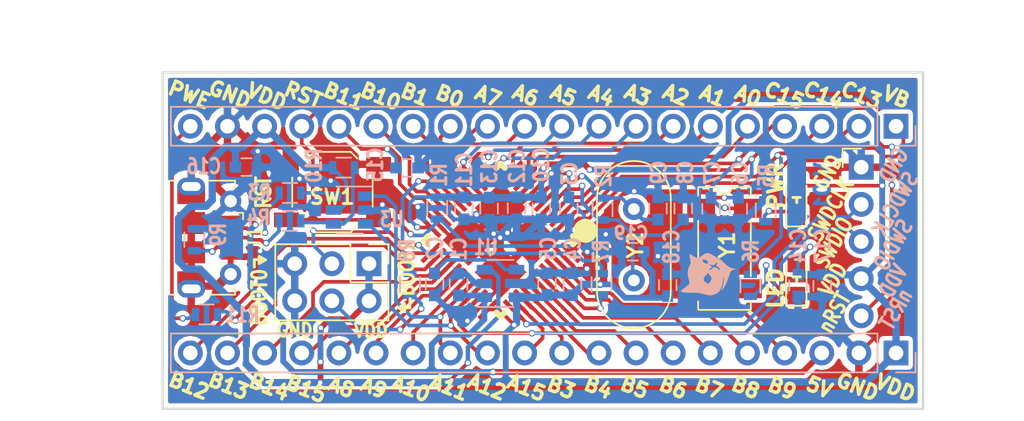
<source format=kicad_pcb>
(kicad_pcb (version 20211014) (generator pcbnew)
  (layers (0 "F.Cu" signal) (31 "B.Cu" signal) (34 "B.Paste" user) (35 "F.Paste" user) (36 "B.SilkS" user "B.Silkscreen") (37 "F.SilkS" user "F.Silkscreen") (38 "B.Mask" user) (39 "F.Mask" user) (44 "Edge.Cuts" user))
  (net 0 "")
  (net 1 "+5V")
  (net 2 "GND")
  (net 3 "Net-(C2-Pad1)")
  (net 4 "/RESET")
  (net 5 "/PC14")
  (net 6 "/PC15")
  (net 7 "/OSCIN")
  (net 8 "/OSCOUT")
  (net 9 "Net-(D1-Pad1)")
  (net 10 "Net-(D2-Pad1)")
  (net 11 "Net-(J2-Pad3)")
  (net 12 "Net-(J2-Pad4)")
  (net 13 "/VBAT")
  (net 14 "/PC13")
  (net 15 "/PA0")
  (net 16 "/PA1")
  (net 17 "/PA2")
  (net 18 "/PA3")
  (net 19 "/PA4")
  (net 20 "/PA5")
  (net 21 "/PA6")
  (net 22 "/PA7")
  (net 23 "/PB0")
  (net 24 "/PB1")
  (net 25 "/PB10")
  (net 26 "/SWDCLK")
  (net 27 "/SWDIO")
  (net 28 "/PB9")
  (net 29 "/PB8")
  (net 30 "/PB7")
  (net 31 "/PB6")
  (net 32 "/PB5")
  (net 33 "/PB4")
  (net 34 "/PB3")
  (net 35 "/PA15")
  (net 36 "/PA12")
  (net 37 "/PA11")
  (net 38 "/PA10")
  (net 39 "/PA9")
  (net 40 "/PA8")
  (net 41 "/PB15")
  (net 42 "/PB14")
  (net 43 "/PB13")
  (net 44 "/PB12")
  (net 45 "Net-(R3-Pad1)")
  (net 46 "Net-(R10-Pad1)")
  (net 47 "/BOOT0")
  (net 48 "/BOOT1")
  (net 49 "/D-")
  (net 50 "/ID")
  (net 51 "/D+")
  (net 52 "/PB11/VCAP1")
  (net 53 "/PWR_EN")
  (net 54 "/VDD")
  (footprint "Pin_Headers:Pin_Header_Straight_2x03_Pitch2.54mm" (layer "F.Cu") (at 50.698 62.248 -90)
    (fp_text reference "J2" hide)
    (fp_text value "Conn_02x03_Odd_Even")
  )
  (footprint "Connectors_USB:USB_Micro-B_Molex-105017-0001" (layer "F.Cu") (at 38.888 60.468 -90)
    (fp_text reference "J1")
    (fp_text value "USB_OTG")
  )
  (footprint "Buttons_Switches_SMD:SW_SPST_TL3342" (layer "F.Cu") (at 48.2 57.35)
    (fp_text reference "SW1")
    (fp_text value "SW_Push")
  )
  (footprint "Pin_Headers:Pin_Header_Angled_1x05_Pitch2.54mm" (layer "F.Cu") (at 84.36 55.65)
    (fp_text reference "J4" hide)
    (fp_text value "Conn_01x05_desc")
  )
  (footprint "Crystals:Crystal_HC49-4H_Vertical" (layer "F.Cu") (at 68.81 63.39 90)
    (fp_text reference "Y2")
    (fp_text value "8MHz")
  )
  (footprint "Crystals:Crystal_SMD_SeikoEpson_MC306-4pin_8.0x3.2mm" (layer "F.Cu") (at 75.01 61.21 -90)
    (fp_text reference "Y1")
    (fp_text value "32.786K")
  )
  (footprint "QFN_QFP48" (layer "F.Cu") (at 59.693794 60.635293 -135)
    (fp_text reference "U2" hide)
    (fp_text value "STM32F401CCT6")
  )
  (footprint "LEDs:LED_0805" (layer "F.Cu") (at 79.92 57.9 90)
    (fp_text reference "D1" hide)
    (fp_text value "RED_LED")
  )
  (footprint "LEDs:LED_0805" (layer "F.Cu") (at 79.92 63.33 90)
    (fp_text reference "D2" hide)
    (fp_text value "BLUE_LED")
  )
  (footprint "crystal:HS_Crystal" (layer "F.Cu") (at 68.813 60.943 90)
    (fp_text reference "HS_Crystal" hide)
    (fp_text value "G***" hide)
  )
  (footprint "crystal:LS_Crystal" (layer "F.Cu") (at 75.008 61.208 -90)
    (fp_text reference "LS_Crystal" hide)
    (fp_text value "G***" hide)
  )
  (footprint "crystal:Dot" (layer "F.Cu") (at 65.498 59.998)
    (fp_text reference "Dot" hide)
    (fp_text value "G***" hide)
  )
  (footprint "Pin_Headers:Pin_Header_Straight_1x20_Pitch2.54mm" (layer "B.Cu") (at 86.74 52.85 90)
    (fp_text reference "J3" hide)
    (fp_text value "Conn_01x20_des")
  )
  (footprint "Pin_Headers:Pin_Header_Straight_1x20_Pitch2.54mm" (layer "B.Cu") (at 86.74 68.35 90)
    (fp_text reference "J5" hide)
    (fp_text value "Conn_01x20")
  )
  (footprint "Resistors_SMD:R_0603" (layer "B.Cu") (at 38.75 60.61 -90)
    (fp_text reference "R9")
    (fp_text value "20R,0603")
  )
  (footprint "Resistors_SMD:R_0603" (layer "B.Cu") (at 45.29 57.41 180)
    (fp_text reference "R3")
    (fp_text value "20R,0603")
  )
  (footprint "Resistors_SMD:R_0603" (layer "B.Cu") (at 45.29 59.32 180)
    (fp_text reference "R4")
    (fp_text value "20R,0603")
  )
  (footprint "TO_SOT_Packages_SMD:SOT-23-6" (layer "B.Cu") (at 49.37 58.58 180)
    (fp_text reference "U3")
    (fp_text value "USBLC6-2SC6")
  )
  (footprint "Resistors_SMD:R_0603" (layer "B.Cu") (at 48.958 55.678 180)
    (fp_text reference "R10")
    (fp_text value "4.7K")
  )
  (footprint "Resistors_SMD:R_0603" (layer "B.Cu") (at 55.36 58.44 -90)
    (fp_text reference "R1")
    (fp_text value "10K")
  )
  (footprint "Capacitors_SMD:C_0603" (layer "B.Cu") (at 60.79 58.45 -90)
    (fp_text reference "C12")
    (fp_text value "0.1U,0603")
  )
  (footprint "Capacitors_SMD:C_0603" (layer "B.Cu") (at 58.91 58.48 -90)
    (fp_text reference "C13")
    (fp_text value "0.1U,0603")
  )
  (footprint "Capacitors_SMD:C_0603" (layer "B.Cu") (at 62.48 58.46 -90)
    (fp_text reference "C10")
    (fp_text value "4.7uF,0603")
  )
  (footprint "Capacitors_SMD:C_0603" (layer "B.Cu") (at 57.18 58.46 -90)
    (fp_text reference "C11")
    (fp_text value "4.7uF,0603")
  )
  (footprint "Capacitors_SMD:C_0603" (layer "B.Cu") (at 64.36 58.47 -90)
    (fp_text reference "C3")
    (fp_text value "1U,0603")
  )
  (footprint "Resistors_SMD:R_0603" (layer "B.Cu") (at 66.67 58.51 90)
    (fp_text reference "R2")
    (fp_text value "1M")
  )
  (footprint "Capacitors_SMD:C_0603" (layer "B.Cu") (at 70.46 58.47 90)
    (fp_text reference "C9")
    (fp_text value "20p,0603")
  )
  (footprint "Capacitors_SMD:C_0603" (layer "B.Cu") (at 72.19 58.47 90)
    (fp_text reference "C8")
    (fp_text value "20p,0603")
  )
  (footprint "Capacitors_SMD:C_0603" (layer "B.Cu") (at 74.09 58.49 -90)
    (fp_text reference "C7")
    (fp_text value "20p,0603")
  )
  (footprint "Capacitors_SMD:C_0603" (layer "B.Cu") (at 75.95 58.49 -90)
    (fp_text reference "C6")
    (fp_text value "20p,0603")
  )
  (footprint "Resistors_SMD:R_0603" (layer "B.Cu") (at 77.828 58.618 -90)
    (fp_text reference "R5")
    (fp_text value "510R,0603")
  )
  (footprint "Capacitors_SMD:C_0603" (layer "B.Cu") (at 80.04 63.74 -90)
    (fp_text reference "C14")
    (fp_text value "0.1U,0603")
  )
  (footprint "Capacitors_SMD:C_0603" (layer "B.Cu") (at 55.18 63.66 -90)
    (fp_text reference "C2")
    (fp_text value "22n,0603")
  )
  (footprint "Resistors_SMD:R_0603" (layer "B.Cu") (at 53.5 63.67 -90)
    (fp_text reference "R8")
    (fp_text value "100K,0603")
  )
  (footprint "Resistors_SMD:R_0603" (layer "B.Cu") (at 76.78 63.73 -90)
    (fp_text reference "R6")
    (fp_text value "510R,603")
  )
  (footprint "Resistors_SMD:R_0603" (layer "B.Cu") (at 66.6 63.67 -90)
    (fp_text reference "R7")
    (fp_text value "100K,0603")
  )
  (footprint "Capacitors_SMD:C_0603" (layer "B.Cu") (at 64.61 63.65 90)
    (fp_text reference "C4")
    (fp_text value "10U,0603")
  )
  (footprint "Capacitors_SMD:C_0603" (layer "B.Cu") (at 62.87 63.64 90)
    (fp_text reference "C5")
    (fp_text value "0.1U,0603")
  )
  (footprint "TO_SOT_Packages_SMD:SOT-23-5" (layer "B.Cu") (at 59.69 63.6)
    (fp_text reference "U1")
    (fp_text value "MIC5219-3.3")
  )
  (footprint "Capacitors_SMD:C_0603" (layer "B.Cu") (at 56.82 63.67 90)
    (fp_text reference "C1")
    (fp_text value "22n,0603")
  )
  (footprint "Capacitors_SMD:C_0603" (layer "B.Cu") (at 53.3 55.7 180)
    (fp_text reference "C15")
    (fp_text value "4.7u,0603")
  )
  (footprint "Capacitors_SMD:C_0603" (layer "B.Cu") (at 42.32 55.64)
    (fp_text reference "C16")
    (fp_text value "0.1uF,0603")
  )
  (footprint "Capacitors_SMD:C_0603" (layer "B.Cu") (at 81.69 63.76 -90)
    (fp_text reference "C17")
    (fp_text value "0.1U,0603")
  )
  (footprint "Capacitors_SMD:C_0603" (layer "B.Cu") (at 71.13 63.71 90)
    (fp_text reference "C18")
    (fp_text value "0.1U,0603")
  )
  (footprint "Capacitors_SMD:C_0603" (layer "B.Cu") (at 68.74 61.43 180)
    (fp_text reference "C19")
    (fp_text value "0.1uF,0603")
  )
  (footprint "Resistors_SMD:R_0603" (layer "B.Cu") (at 39.588 65.718)
    (fp_text reference "R11")
    (fp_text value "10K")
  )
  (footprint "crystal:Meow" (layer "B.Cu") (at 73.958 62.988 -90)
    (fp_text reference "Meow" hide)
    (fp_text value "G***" hide)
  )
  (gr_line (start 79.95 58.068) (end 79.95 57.728) (layer "F.SilkS") (width 0.2))
  (gr_line (start 43.188 62.228) (end 43.618 61.988) (layer "F.SilkS") (width 0.2))
  (gr_line (start 53.508 64.638) (end 53.488 65.268) (layer "F.SilkS") (width 0.2))
  (gr_line (start 43.508 61.958) (end 43.188 61.768) (layer "F.SilkS") (width 0.2))
  (gr_line (start 79.948 63.488) (end 79.948 63.148) (layer "F.SilkS") (width 0.2))
  (gr_line (start 53.128 65.538) (end 52.738 65.268) (layer "F.SilkS") (width 0.2))
  (gr_line (start 79.69 63.148) (end 80.19 63.148) (layer "F.SilkS") (width 0.2))
  (gr_line (start 43.618 61.988) (end 43.198 61.758) (layer "F.SilkS") (width 0.2))
  (gr_line (start 42.858 61.968) (end 43.508 61.958) (layer "F.SilkS") (width 0.2))
  (gr_line (start 43.188 61.768) (end 43.188 62.228) (layer "F.SilkS") (width 0.2))
  (gr_line (start 53.488 65.268) (end 52.738 65.268) (layer "F.SilkS") (width 0.2))
  (gr_line (start 53.128 64.998) (end 53.128 65.538) (layer "F.SilkS") (width 0.2))
  (gr_line (start 42.858 62.298) (end 42.858 61.968) (layer "F.SilkS") (width 0.2))
  (gr_line (start 52.738 65.268) (end 53.128 64.998) (layer "F.SilkS") (width 0.2))
  (gr_line (start 79.688 57.718) (end 80.188 57.718) (layer "F.SilkS") (width 0.2))
  (gr_line (start 42.858 62.308) (end 42.858 62.478) (layer "F.SilkS") (width 0.2))
  (gr_line (start 36.588 49.168) (end 36.588 72.168) (layer "Edge.Cuts") (width 0.15))
  (gr_line (start 36.588 49.168) (end 88.588 49.168) (layer "Edge.Cuts") (width 0.15))
  (gr_line (start 88.588 49.168) (end 88.588 72.168) (layer "Edge.Cuts") (width 0.15))
  (gr_line (start 88.588 72.168) (end 36.588 72.168) (layer "Edge.Cuts") (width 0.15))
  (gr_text "V.01" (at 81.71 56.98 90) (layer "B.Cu") (effects (font (size 1 1) (thickness 0.25)) (justify mirror)))
  (gr_text "SWDIO" (at 86.57 60.97 60) (layer "B.SilkS") (effects (font (size 1 0.8) (thickness 0.2)) (justify mirror)))
  (gr_text "nRST" (at 86.74 65.36 60) (layer "B.SilkS") (effects (font (size 1 0.8) (thickness 0.2)) (justify mirror)))
  (gr_text "VDD" (at 86.55 63.45 60) (layer "B.SilkS") (effects (font (size 1 0.8) (thickness 0.2)) (justify mirror)))
  (gr_text "SWDCLK" (at 86.698 58.168 60) (layer "B.SilkS") (effects (font (size 1 0.8) (thickness 0.2)) (justify mirror)))
  (gr_text "GND" (at 86.59 55.52 60) (layer "B.SilkS") (effects (font (size 1 0.8) (thickness 0.2)) (justify mirror)))
  (gr_text "VDD" (at 82.44 63.33 60) (layer "F.SilkS") (effects (font (size 1 0.8) (thickness 0.2))))
  (gr_text "BOOT0" (at 43.208 64.548 90) (layer "F.SilkS") (effects (font (size 1 0.8) (thickness 0.2))))
  (gr_text "C13" (at 84.36 50.73 338) (layer "F.SilkS") (effects (font (size 0.95 0.95) (thickness 0.2375))))
  (gr_text "PWE\n" (at 38.418 50.698 338) (layer "F.SilkS") (effects (font (size 0.95 0.95) (thickness 0.2375))))
  (gr_text "A7" (at 58.85 50.79 338) (layer "F.SilkS") (effects (font (size 0.95 0.95) (thickness 0.2375))))
  (gr_text "A1" (at 74.21 50.77 338) (layer "F.SilkS") (effects (font (size 0.95 0.95) (thickness 0.2375))))
  (gr_text "C14" (at 81.78 50.72 338) (layer "F.SilkS") (effects (font (size 0.95 0.95) (thickness 0.2375))))
  (gr_text "VDD" (at 50.83 66.83) (layer "F.SilkS") (effects (font (size 0.9 0.8) (thickness 0.2))))
  (gr_text "C15" (at 79.1 50.75 338) (layer "F.SilkS") (effects (font (size 0.95 0.95) (thickness 0.2375))))
  (gr_text "B0" (at 56.22 50.8 338) (layer "F.SilkS") (effects (font (size 0.95 0.95) (thickness 0.2375))))
  (gr_text "5V" (at 81.478 70.698 338) (layer "F.SilkS") (effects (font (size 0.95 0.95) (thickness 0.2375))))
  (gr_text "B9" (at 78.948 70.768 338) (layer "F.SilkS") (effects (font (size 0.95 0.95) (thickness 0.2375))))
  (gr_text "A3" (at 69.07 50.72 338) (layer "F.SilkS") (effects (font (size 0.95 0.95) (thickness 0.2375))))
  (gr_text "B1" (at 53.84 50.68 338) (layer "F.SilkS") (effects (font (size 0.95 0.95) (thickness 0.2375))))
  (gr_text "B14" (at 43.868 70.678 338) (layer "F.SilkS") (effects (font (size 0.95 0.95) (thickness 0.2375))))
  (gr_text "GND" (at 84.098 70.668 338) (layer "F.SilkS") (effects (font (size 0.95 0.95) (thickness 0.2375))))
  (gr_text "VB" (at 86.76 50.85 338) (layer "F.SilkS") (effects (font (size 0.95 0.95) (thickness 0.2375))))
  (gr_text "A15" (at 61.478 70.738 338) (layer "F.SilkS") (effects (font (size 0.95 0.95) (thickness 0.2375))))
  (gr_text "B12" (at 38.388 70.598 338) (layer "F.SilkS") (effects (font (size 0.95 0.95) (thickness 0.2375))))
  (gr_text "A10" (at 53.57 70.798 338) (layer "F.SilkS") (effects (font (size 0.95 0.95) (thickness 0.2375))))
  (gr_text "B13" (at 41.088 70.598 338) (layer "F.SilkS") (effects (font (size 0.95 0.95) (thickness 0.2375))))
  (gr_text "BOOT1" (at 53.268 62.538 90) (layer "F.SilkS") (effects (font (size 1 0.8) (thickness 0.2))))
  (gr_text "A2" (at 71.69 50.72 338) (layer "F.SilkS") (effects (font (size 0.95 0.95) (thickness 0.2375))))
  (gr_text "VDD" (at 43.708 50.828 338) (layer "F.SilkS") (effects (font (size 0.95 0.95) (thickness 0.2375))))
  (gr_text "GND" (at 82.07 56 60) (layer "F.SilkS") (effects (font (size 1 0.8) (thickness 0.2))))
  (gr_text "A6" (at 61.41 50.74 338) (layer "F.SilkS") (effects (font (size 0.95 0.95) (thickness 0.2375))))
  (gr_text "A12" (at 58.77 70.678 338) (layer "F.SilkS") (effects (font (size 0.95 0.95) (thickness 0.2375))))
  (gr_text "B5" (at 68.858 70.708 338) (layer "F.SilkS") (effects (font (size 0.95 0.95) (thickness 0.2375))))
  (gr_text "A9" (at 51.028 70.718 338) (layer "F.SilkS") (effects (font (size 0.95 0.95) (thickness 0.2375))))
  (gr_text "PWR" (at 78.51 56.9 90) (layer "F.SilkS") (effects (font (size 1 1) (thickness 0.25))))
  (gr_text "B3" (at 63.838 70.728 338) (layer "F.SilkS") (effects (font (size 0.95 0.95) (thickness 0.2375))))
  (gr_text "A8" (at 48.808 70.688 338) (layer "F.SilkS") (effects (font (size 0.95 0.95) (thickness 0.2375))))
  (gr_text "B11" (at 48.978 50.798 338) (layer "F.SilkS") (effects (font (size 0.95 0.95) (thickness 0.2375))))
  (gr_text "B6" (at 71.508 70.728 338) (layer "F.SilkS") (effects (font (size 0.95 0.95) (thickness 0.2375))))
  (gr_text "GND" (at 45.61 66.8) (layer "F.SilkS") (effects (font (size 0.9 0.8) (thickness 0.2))))
  (gr_text "A5" (at 64 50.74 338) (layer "F.SilkS") (effects (font (size 0.95 0.95) (thickness 0.2375))))
  (gr_text "LED" (at 78.49 63.93 90) (layer "F.SilkS") (effects (font (size 1 1) (thickness 0.25))))
  (gr_text "VDD" (at 86.698 70.738 338) (layer "F.SilkS") (effects (font (size 0.95 0.95) (thickness 0.2375))))
  (gr_text "B8" (at 76.458 70.728 338) (layer "F.SilkS") (effects (font (size 0.95 0.95) (thickness 0.2375))))
  (gr_text "RST" (at 46.208 50.708 338) (layer "F.SilkS") (effects (font (size 0.95 0.95) (thickness 0.2375))))
  (gr_text "RST" (at 43.488 57.368 90) (layer "F.SilkS") (effects (font (size 1 0.8) (thickness 0.2))))
  (gr_text "SWDCLK" (at 82.29 58.52 60) (layer "F.SilkS") (effects (font (size 1 0.8) (thickness 0.2))))
  (gr_text "GND" (at 41.178 50.678 338) (layer "F.SilkS") (effects (font (size 0.95 0.95) (thickness 0.2375))))
  (gr_text "nRST" (at 82.54 65.59 60) (layer "F.SilkS") (effects (font (size 1 0.8) (thickness 0.2))))
  (gr_text "B15" (at 46.398 70.818 338) (layer "F.SilkS") (effects (font (size 0.95 0.95) (thickness 0.2375))))
  (gr_text "A0" (at 76.63 50.77 338) (layer "F.SilkS") (effects (font (size 0.95 0.95) (thickness 0.2375))))
  (gr_text "B7" (at 73.958 70.738 338) (layer "F.SilkS") (effects (font (size 0.95 0.95) (thickness 0.2375))))
  (gr_text "SWDIO" (at 82.47 60.82 60) (layer "F.SilkS") (effects (font (size 1 0.8) (thickness 0.2))))
  (gr_text "A11" (at 56.198 70.698 338) (layer "F.SilkS") (effects (font (size 0.95 0.95) (thickness 0.2375))))
  (gr_text "A4" (at 66.59 50.76 338) (layer "F.SilkS") (effects (font (size 0.95 0.95) (thickness 0.2375))))
  (gr_text "B10" (at 51.5 50.81 338) (layer "F.SilkS") (effects (font (size 0.95 0.95) (thickness 0.2375))))
  (gr_text "B4" (at 66.378 70.718 338) (layer "F.SilkS") (effects (font (size 0.95 0.95) (thickness 0.2375))))
  (segment (start 41.566642 66.009358) (end 41.566642 66.143358) (width 0.25) (layer "F.Cu") (net 1))
  (segment (start 42.508 59.168) (end 42.928 59.588) (width 0.4) (layer "F.Cu") (net 1))
  (segment (start 41.238 59.168) (end 42.508 59.168) (width 0.4) (layer "F.Cu") (net 1))
  (segment (start 80.362 69.648) (end 59.498319 69.648) (width 0.4) (layer "F.Cu") (net 1))
  (segment (start 59.498319 69.648) (end 59.178 69.648) (width 0.4) (layer "F.Cu") (net 1))
  (segment (start 81.66 68.39) (end 80.35 69.7) (width 0.25) (layer "F.Cu") (net 1))
  (segment (start 43.158 64.418) (end 41.566642 66.009358) (width 0.25) (layer "F.Cu") (net 1))
  (segment (start 81.66 68.35) (end 80.362 69.648) (width 0.4) (layer "F.Cu") (net 1))
  (via (at 41.566642 66.143358) (size 0.453) (drill 0.3) (layers "F.Cu" "B.Cu") (net 1))
  (via (at 59.178 69.648) (size 0.453) (drill 0.3) (layers "F.Cu" "B.Cu") (net 1))
  (via (at 42.928 59.588) (size 0.453) (drill 0.3) (layers "F.Cu" "B.Cu") (net 1))
  (via (at 43.158 64.418) (size 0.453) (drill 0.3) (layers "F.Cu" "B.Cu") (net 1))
  (segment (start 42.701501 59.814499) (end 42.928 59.588) (width 0.4) (layer "B.Cu") (net 1))
  (segment (start 58.854181 69.6515) (end 58.857681 69.648) (width 0.4) (layer "B.Cu") (net 1))
  (segment (start 55.2715 69.6515) (end 54.97 69.35) (width 0.4) (layer "B.Cu") (net 1))
  (segment (start 44.83 66.09) (end 44.83 68.929988) (width 0.4) (layer "B.Cu") (net 1))
  (segment (start 46.918492 69.651508) (end 46.92 69.65) (width 0.4) (layer "B.Cu") (net 1))
  (segment (start 42.588 59.928) (end 42.701501 59.814499) (width 0.4) (layer "B.Cu") (net 1))
  (segment (start 58.59 64.55) (end 58.59 66.057209) (width 0.4) (layer "B.Cu") (net 1))
  (segment (start 54.668492 69.651508) (end 54.97 69.35) (width 0.4) (layer "B.Cu") (net 1))
  (segment (start 55.4 69.6515) (end 58.854181 69.6515) (width 0.4) (layer "B.Cu") (net 1))
  (segment (start 55.660003 67.100009) (end 54.99 67.770012) (width 0.4) (layer "B.Cu") (net 1))
  (segment (start 54.97 69.35) (end 54.97 69.359508) (width 0.4) (layer "B.Cu") (net 1))
  (segment (start 40.33 65.53) (end 40.953284 65.53) (width 0.25) (layer "B.Cu") (net 1))
  (segment (start 45.55152 69.651508) (end 46.918492 69.651508) (width 0.4) (layer "B.Cu") (net 1))
  (segment (start 55.4 69.6515) (end 55.2715 69.6515) (width 0.4) (layer "B.Cu") (net 1))
  (segment (start 44.83 68.929988) (end 45.55152 69.651508) (width 0.4) (layer "B.Cu") (net 1))
  (segment (start 56.66 64.42) (end 58.46 64.42) (width 0.4) (layer "B.Cu") (net 1))
  (segment (start 54.99 69.33) (end 54.97 69.35) (width 0.4) (layer "B.Cu") (net 1))
  (segment (start 58.59 65.125) (end 58.59 64.55) (width 0.25) (layer "B.Cu") (net 1))
  (segment (start 43.158 64.418) (end 42.588 63.848) (width 0.4) (layer "B.Cu") (net 1))
  (segment (start 43.158 64.418) (end 44.83 66.09) (width 0.4) (layer "B.Cu") (net 1))
  (segment (start 54.99 67.770012) (end 54.99 69.33) (width 0.4) (layer "B.Cu") (net 1))
  (segment (start 40.953284 65.53) (end 41.566642 66.143358) (width 0.25) (layer "B.Cu") (net 1))
  (segment (start 55.091516 69.6515) (end 55.4 69.6515) (width 0.4) (layer "B.Cu") (net 1))
  (segment (start 54.97 69.35) (end 54.97 69.49) (width 0.4) (layer "B.Cu") (net 1))
  (segment (start 57.5472 67.100009) (end 55.660003 67.100009) (width 0.4) (layer "B.Cu") (net 1))
  (segment (start 55.091508 69.651508) (end 55.091516 69.6515) (width 0.4) (layer "B.Cu") (net 1))
  (segment (start 46.921508 69.651508) (end 54.668492 69.651508) (width 0.4) (layer "B.Cu") (net 1))
  (segment (start 46.92 69.65) (end 46.921508 69.651508) (width 0.4) (layer "B.Cu") (net 1))
  (segment (start 58.857681 69.648) (end 59.178 69.648) (width 0.4) (layer "B.Cu") (net 1))
  (segment (start 54.668492 69.651508) (end 55.091508 69.651508) (width 0.4) (layer "B.Cu") (net 1))
  (segment (start 42.588 63.848) (end 42.588 59.928) (width 0.4) (layer "B.Cu") (net 1))
  (segment (start 58.46 64.42) (end 58.59 64.55) (width 0.4) (layer "B.Cu") (net 1))
  (segment (start 58.59 66.057209) (end 57.5472 67.100009) (width 0.4) (layer "B.Cu") (net 1))
  (segment (start 54.97 69.35) (end 54.97 69.373508) (width 0.4) (layer "B.Cu") (net 1))
  (segment (start 62.010227 57.293553) (end 62.010227 57.243438) (width 0.25) (layer "F.Cu") (net 2))
  (segment (start 55.28326 59.410241) (end 54.233019 58.36) (width 0.25) (layer "F.Cu") (net 2))
  (segment (start 64.08674 61.849776) (end 64.086732 61.849768) (width 0.25) (layer "F.Cu") (net 2))
  (segment (start 44.2 55.63) (end 41.42 52.85) (width 0.5) (layer "F.Cu") (net 2))
  (segment (start 66.89 58.651381) (end 68.251381 57.29) (width 0.25) (layer "F.Cu") (net 2))
  (segment (start 59.67 60.46501) (end 59.67 62.804062) (width 0.5) (layer "F.Cu") (net 2))
  (segment (start 56.505988 60.63) (end 57.495938 60.63) (width 0.25) (layer "F.Cu") (net 2))
  (segment (start 62.950089 56.303576) (end 63.176588 56.077077) (width 0.25) (layer "F.Cu") (net 2))
  (segment (start 68.251381 57.29) (end 68.509681 57.29) (width 0.25) (layer "F.Cu") (net 2))
  (segment (start 61.88 60.63) (end 59.687969 62.822031) (width 0.5) (layer "F.Cu") (net 2))
  (segment (start 48.400319 56.57) (end 48.08 56.57) (width 0.25) (layer "F.Cu") (net 2))
  (segment (start 59.22 60.2) (end 57.925938 60.2) (width 0.5) (layer "F.Cu") (net 2))
  (segment (start 52.39 57.419681) (end 52.39 57.040319) (width 0.25) (layer "F.Cu") (net 2))
  (segment (start 38.538 57.378) (end 38.538 59.278) (width 0.5) (layer "F.Cu") (net 2))
  (segment (start 52.39 57.040319) (end 52.579681 57.23) (width 0.25) (layer "F.Cu") (net 2))
  (segment (start 59.687969 58.437969) (end 57.495938 60.63) (width 0.5) (layer "F.Cu") (net 2))
  (segment (start 64.826425 62.586475) (end 64.826425 62.585943) (width 0.25) (layer "F.Cu") (net 2))
  (segment (start 38.538 59.278) (end 38.538 61.278) (width 0.5) (layer "F.Cu") (net 2))
  (segment (start 55.286229 59.410241) (end 56.505988 60.63) (width 0.25) (layer "F.Cu") (net 2))
  (segment (start 60.819339 58.437969) (end 59.687969 58.437969) (width 0.25) (layer "F.Cu") (net 2))
  (segment (start 41.238 61.768) (end 42.87144 61.768) (width 0.4) (layer "F.Cu") (net 2))
  (segment (start 62.010227 57.243438) (end 62.950089 56.303576) (width 0.25) (layer "F.Cu") (net 2))
  (segment (start 61.88 60.63) (end 59.687969 58.437969) (width 0.5) (layer "F.Cu") (net 2))
  (segment (start 41.238 61.768) (end 41.238 62.968) (width 0.4) (layer "F.Cu") (net 2))
  (segment (start 52.018 57.80349) (end 52.018 57.791681) (width 0.25) (layer "F.Cu") (net 2))
  (segment (start 54.233019 58.36) (end 54.05 58.36) (width 0.25) (layer "F.Cu") (net 2))
  (segment (start 38.69 55.18) (end 38.714592 55.204592) (width 0.5) (layer "F.Cu") (net 2))
  (segment (start 60.65 60.63) (end 60.16 60.14) (width 0.5) (layer "F.Cu") (net 2))
  (segment (start 52.769362 57.419681) (end 52.789681 57.44) (width 0.25) (layer "F.Cu") (net 2))
  (segment (start 68.97 60.24) (end 70.231501 61.501501) (width 0.4) (layer "F.Cu") (net 2))
  (segment (start 44.27 55.63) (end 45.04 55.63) (width 0.25) (layer "F.Cu") (net 2))
  (segment (start 62.875775 60.635293) (end 61.885825 60.635293) (width 0.25) (layer "F.Cu") (net 2))
  (segment (start 65.59917 62.58) (end 65.603525 62.584355) (width 0.25) (layer "F.Cu") (net 2))
  (segment (start 38.538 56.778) (end 38.538 57.378) (width 0.5) (layer "F.Cu") (net 2))
  (segment (start 65.603525 62.586475) (end 64.826425 62.586475) (width 0.25) (layer "F.Cu") (net 2))
  (segment (start 65.603525 62.584355) (end 65.603525 62.586475) (width 0.25) (layer "F.Cu") (net 2))
  (segment (start 70.231501 61.501501) (end 70.458 61.728) (width 0.4) (layer "F.Cu") (net 2))
  (segment (start 64.095534 61.855052) (end 62.875775 60.635293) (width 0.25) (layer "F.Cu") (net 2))
  (segment (start 41.42 52.85) (end 41.02 52.85) (width 0.5) (layer "F.Cu") (net 2))
  (segment (start 54.05 58.36) (end 54.04 58.37) (width 0.25) (layer "F.Cu") (net 2))
  (segment (start 52.02 56.670319) (end 51.919681 56.57) (width 0.25) (layer "F.Cu") (net 2))
  (segment (start 61.88 60.63) (end 62.86995 60.63) (width 0.25) (layer "F.Cu") (net 2))
  (segment (start 59.687969 62.822031) (end 59.687969 63.811981) (width 0.25) (layer "F.Cu") (net 2))
  (segment (start 61.968388 57.28892) (end 60.819339 58.437969) (width 0.25) (layer "F.Cu") (net 2))
  (segment (start 53.719681 58.37) (end 54.04 58.37) (width 0.25) (layer "F.Cu") (net 2))
  (segment (start 61.88 60.63) (end 60.65 60.63) (width 0.5) (layer "F.Cu") (net 2))
  (segment (start 59.687969 63.811981) (end 58.46821 65.03174) (width 0.25) (layer "F.Cu") (net 2))
  (segment (start 51.615782 58.205708) (end 52.018 57.80349) (width 0.25) (layer "F.Cu") (net 2))
  (segment (start 40.238 63.778) (end 41.238 62.778) (width 0.5) (layer "F.Cu") (net 2))
  (segment (start 45.14 55.63) (end 45.721501 56.211501) (width 0.25) (layer "F.Cu") (net 2))
  (segment (start 38.538 63.178) (end 38.538 63.778) (width 0.5) (layer "F.Cu") (net 2))
  (segment (start 52.39 57.419681) (end 52.579681 57.23) (width 0.25) (layer "F.Cu") (net 2))
  (segment (start 65.603525 62.586475) (end 65.603525 61.452475) (width 0.4) (layer "F.Cu") (net 2))
  (segment (start 84.2 68.39) (end 87.21 65.38) (width 0.25) (layer "F.Cu") (net 2))
  (segment (start 57.495938 60.63) (end 58.840104 60.63) (width 0.25) (layer "F.Cu") (net 2))
  (segment (start 66.89 60.24) (end 68.97 60.24) (width 0.4) (layer "F.Cu") (net 2))
  (segment (start 58.05 58.88) (end 59.245938 58.88) (width 0.5) (layer "F.Cu") (net 2))
  (segment (start 38.538 55.332) (end 38.538 56.778) (width 0.5) (layer "F.Cu") (net 2))
  (segment (start 38.538 63.778) (end 40.238 63.778) (width 0.5) (layer "F.Cu") (net 2))
  (segment (start 42.87144 61.768) (end 43.258448 61.380992) (width 0.4) (layer "F.Cu") (net 2))
  (segment (start 45.04 55.63) (end 44.2 55.63) (width 0.5) (layer "F.Cu") (net 2))
  (segment (start 58.465241 65.03174) (end 57.418 66.078981) (width 0.25) (layer "F.Cu") (net 2))
  (segment (start 57.925938 60.2) (end 57.495938 60.63) (width 0.5) (layer "F.Cu") (net 2))
  (segment (start 64.826425 62.585943) (end 64.095534 61.855052) (width 0.25) (layer "F.Cu") (net 2))
  (segment (start 51.919681 56.57) (end 48.400319 56.57) (width 0.25) (layer "F.Cu") (net 2))
  (segment (start 41.02 52.85) (end 38.69 55.18) (width 0.5) (layer "F.Cu") (net 2))
  (segment (start 52.02 56.670319) (end 52.39 57.040319) (width 0.25) (layer "F.Cu") (net 2))
  (segment (start 52.018 57.791681) (end 52.39 57.419681) (width 0.25) (layer "F.Cu") (net 2))
  (segment (start 52.018 56.672319) (end 52.02 56.670319) (width 0.25) (layer "F.Cu") (net 2))
  (segment (start 38.538 61.278) (end 38.538 63.178) (width 0.5) (layer "F.Cu") (net 2))
  (segment (start 64.109776 61.849776) (end 64.08674 61.849776) (width 0.25) (layer "F.Cu") (net 2))
  (segment (start 59.245938 58.88) (end 59.687969 58.437969) (width 0.5) (layer "F.Cu") (net 2))
  (segment (start 59.687969 62.822031) (end 57.495938 60.63) (width 0.5) (layer "F.Cu") (net 2))
  (segment (start 52.579681 57.23) (end 52.789681 57.44) (width 0.25) (layer "F.Cu") (net 2))
  (segment (start 65.603525 61.452475) (end 65.618 61.438) (width 0.4) (layer "F.Cu") (net 2))
  (segment (start 84.2 68.35) (end 81.76 65.91) (width 0.4) (layer "F.Cu") (net 2))
  (segment (start 57.418 66.148985) (end 57.426457 66.157442) (width 0.25) (layer "F.Cu") (net 2))
  (segment (start 57.418 66.078981) (end 57.418 66.148985) (width 0.25) (layer "F.Cu") (net 2))
  (segment (start 52.39 57.419681) (end 52.769362 57.419681) (width 0.25) (layer "F.Cu") (net 2))
  (segment (start 66.89 60.24) (end 66.89 58.651381) (width 0.25) (layer "F.Cu") (net 2))
  (segment (start 45.04 55.63) (end 45.14 55.63) (width 0.25) (layer "F.Cu") (net 2))
  (segment (start 45.721501 56.211501) (end 45.948 56.438) (width 0.25) (layer "F.Cu") (net 2))
  (segment (start 52.789681 57.44) (end 53.719681 58.37) (width 0.25) (layer "F.Cu") (net 2))
  (segment (start 38.69 55.18) (end 38.538 55.332) (width 0.5) (layer "F.Cu") (net 2))
  (segment (start 68.509681 57.29) (end 68.83 57.29) (width 0.25) (layer "F.Cu") (net 2))
  (via (at 60.16 60.14) (size 0.453) (drill 0.3) (layers "F.Cu" "B.Cu") (net 2))
  (via (at 43.258448 61.380992) (size 0.453) (drill 0.3) (layers "F.Cu" "B.Cu") (net 2))
  (via (at 59.67 60.46501) (size 0.453) (drill 0.3) (layers "F.Cu" "B.Cu") (net 2))
  (via (at 63.176588 56.077077) (size 0.453) (drill 0.3) (layers "F.Cu" "B.Cu") (net 2))
  (via (at 54.04 58.37) (size 0.453) (drill 0.3) (layers "F.Cu" "B.Cu") (net 2))
  (via (at 66.89 60.24) (size 0.453) (drill 0.3) (layers "F.Cu" "B.Cu") (net 2))
  (via (at 48.08 56.57) (size 0.453) (drill 0.3) (layers "F.Cu" "B.Cu") (net 2))
  (via (at 58.05 58.88) (size 0.453) (drill 0.3) (layers "F.Cu" "B.Cu") (net 2))
  (via (at 65.618 61.438) (size 0.453) (drill 0.3) (layers "F.Cu" "B.Cu") (net 2))
  (via (at 45.948 56.438) (size 0.453) (drill 0.3) (layers "F.Cu" "B.Cu") (net 2))
  (via (at 57.426457 66.157442) (size 0.453) (drill 0.3) (layers "F.Cu" "B.Cu") (net 2))
  (via (at 59.22 60.2) (size 0.453) (drill 0.3) (layers "F.Cu" "B.Cu") (net 2))
  (via (at 68.83 57.29) (size 0.453) (drill 0.3) (layers "F.Cu" "B.Cu") (net 2))
  (via (at 43.09 54.55) (size 0.453) (drill 0.3) (layers "F.Cu" "B.Cu") (net 2))
  (via (at 51.615782 58.205708) (size 0.453) (drill 0.3) (layers "F.Cu" "B.Cu") (net 2))
  (via (at 65.603525 62.586475) (size 0.453) (drill 0.3) (layers "F.Cu" "B.Cu") (net 2))
  (via (at 70.458 61.728) (size 0.453) (drill 0.3) (layers "F.Cu" "B.Cu") (net 2))
  (segment (start 56.66 62.92) (end 56.7 62.96) (width 0.4) (layer "B.Cu") (net 2))
  (segment (start 74.09 59.24) (end 75.95 59.24) (width 0.5) (layer "B.Cu") (net 2))
  (segment (start 80.16 64.5) (end 80.16 64.525) (width 0.25) (layer "B.Cu") (net 2))
  (segment (start 64.228657 55.025008) (end 63.403087 55.850578) (width 0.4) (layer "B.Cu") (net 2))
  (segment (start 61.275 60.44) (end 59.695 60.44) (width 0.5) (layer "B.Cu") (net 2))
  (segment (start 51.24149 58.58) (end 51.615782 58.205708) (width 0.25) (layer "B.Cu") (net 2))
  (segment (start 54.97 51.8) (end 55.33 51.44) (width 0.4) (layer "B.Cu") (net 2))
  (segment (start 84.36 55.65) (end 84.36 55.372791) (width 0.4) (layer "B.Cu") (net 2))
  (segment (start 80.04 64.49) (end 81.67 64.49) (width 0.5) (layer "B.Cu") (net 2))
  (segment (start 77.83 57.77) (end 77.83 57.796) (width 0.5) (layer "B.Cu") (net 2))
  (segment (start 77.83 57.796) (end 76.386 59.24) (width 0.5) (layer "B.Cu") (net 2))
  (segment (start 63.4 59.21) (end 63.4 56.31) (width 0.4) (layer "B.Cu") (net 2))
  (segment (start 82.909991 53.922782) (end 82.909991 52.250003) (width 0.4) (layer "B.Cu") (net 2))
  (segment (start 58.07 59.22) (end 58.9 59.22) (width 0.5) (layer "B.Cu") (net 2))
  (segment (start 67.99 61.43) (end 65.626 61.43) (width 0.5) (layer "B.Cu") (net 2))
  (segment (start 62.47 59.22) (end 62.47 59.245) (width 0.5) (layer "B.Cu") (net 2))
  (segment (start 77.829991 57.759991) (end 77.85 57.78) (width 0.4) (layer "B.Cu") (net 2))
  (segment (start 60.16 59.78) (end 60.71 59.23) (width 0.5) (layer "B.Cu") (net 2))
  (segment (start 57.98 63.6) (end 58.59 63.6) (width 0.4) (layer "B.Cu") (net 2))
  (segment (start 61.24999 60.46501) (end 62.47 59.245) (width 0.25) (layer "B.Cu") (net 2))
  (segment (start 54.05 55.7) (end 54.05 55.65) (width 0.4) (layer "B.Cu") (net 2))
  (segment (start 59.193332 59.513332) (end 58.91 59.23) (width 0.25) (layer "B.Cu") (net 2))
  (segment (start 43.07 55.64) (end 43.07 54.57) (width 0.5) (layer "B.Cu") (net 2))
  (segment (start 82.259997 51.600009) (end 78.520003 51.600009) (width 0.4) (layer "B.Cu") (net 2))
  (segment (start 48.07 56.55) (end 48.09 56.57) (width 0.25) (layer "B.Cu") (net 2))
  (segment (start 57.106138 66.157442) (end 57.426457 66.157442) (width 0.4) (layer "B.Cu") (net 2))
  (segment (start 70.46 57.7) (end 70.05 57.29) (width 0.4) (layer "B.Cu") (net 2))
  (segment (start 42.43 51.44) (end 41.869999 52.000001) (width 0.4) (layer "B.Cu") (net 2))
  (segment (start 77.82 52.381012) (end 78.65101 51.550002) (width 0.25) (layer "B.Cu") (net 2))
  (segment (start 54.97 51.44) (end 55.33 51.44) (width 0.4) (layer "B.Cu") (net 2))
  (segment (start 57.34 62.96) (end 57.98 63.6) (width 0.4) (layer "B.Cu") (net 2))
  (segment (start 58.05 59.2) (end 58.07 59.22) (width 0.5) (layer "B.Cu") (net 2))
  (segment (start 70.209991 53.736009) (end 68.920992 55.025008) (width 0.4) (layer "B.Cu") (net 2))
  (segment (start 64.61 62.9) (end 65.385 62.9) (width 0.4) (layer "B.Cu") (net 2))
  (segment (start 54.05 55.7) (end 54.075 55.7) (width 0.25) (layer "B.Cu") (net 2))
  (segment (start 43.484947 61.607491) (end 43.258448 61.380992) (width 0.5) (layer "B.Cu") (net 2))
  (segment (start 55.16 64.42) (end 56.66 62.92) (width 0.4) (layer "B.Cu") (net 2))
  (segment (start 41.248 57.402) (end 41.248 57.778) (width 0.25) (layer "B.Cu") (net 2))
  (segment (start 81.69 65.84) (end 81.69 64.51) (width 0.5) (layer "B.Cu") (net 2))
  (segment (start 50.47 58.58) (end 50.076396 58.58) (width 0.25) (layer "B.Cu") (net 2))
  (segment (start 58.9 59.22) (end 58.91 59.23) (width 0.5) (layer "B.Cu") (net 2))
  (segment (start 60.71 59.23) (end 58.91 59.23) (width 0.5) (layer "B.Cu") (net 2))
  (segment (start 64.6 62.89) (end 64.61 62.9) (width 0.5) (layer "B.Cu") (net 2))
  (segment (start 54.97 51.44) (end 54.62 51.44) (width 0.4) (layer "B.Cu") (net 2))
  (segment (start 70.46 57.72) (end 70.46 57.7) (width 0.4) (layer "B.Cu") (net 2))
  (segment (start 63.403087 55.850578) (end 63.176588 56.077077) (width 0.4) (layer "B.Cu") (net 2))
  (segment (start 50.47 58.58) (end 51.24149 58.58) (width 0.25) (layer "B.Cu") (net 2))
  (segment (start 70.05 57.29) (end 69.150319 57.29) (width 0.4) (layer "B.Cu") (net 2))
  (segment (start 70.209991 52.250003) (end 70.209991 53.736009) (width 0.4) (layer "B.Cu") (net 2))
  (segment (start 67.99 61.43) (end 67.99 61.34) (width 0.5) (layer "B.Cu") (net 2))
  (segment (start 65.626 61.43) (end 65.618 61.438) (width 0.5) (layer "B.Cu") (net 2))
  (segment (start 55.33 51.44) (end 69.399988 51.44) (width 0.4) (layer "B.Cu") (net 2))
  (segment (start 65.385 62.9) (end 65.603525 62.681475) (width 0.4) (layer "B.Cu") (net 2))
  (segment (start 72.44 57.72) (end 73.96 59.24) (width 0.5) (layer "B.Cu") (net 2))
  (segment (start 71.12 62.39) (end 70.684499 61.954499) (width 0.4) (layer "B.Cu") (net 2))
  (segment (start 57.18 59.21) (end 56.555 59.21) (width 0.25) (layer "B.Cu") (net 2))
  (segment (start 60.16 60.14) (end 60.16 59.78) (width 0.5) (layer "B.Cu") (net 2))
  (segment (start 43.07 55.946) (end 41.238 57.778) (width 0.5) (layer "B.Cu") (net 2))
  (segment (start 58.05 58.88) (end 58.05 59.2) (width 0.5) (layer "B.Cu") (net 2))
  (segment (start 69.150319 57.29) (end 68.83 57.29) (width 0.4) (layer "B.Cu") (net 2))
  (segment (start 77.829991 52.290021) (end 77.829991 57.759991) (width 0.4) (layer "B.Cu") (net 2))
  (segment (start 62.47 59.22) (end 62.47 59.09) (width 0.25) (layer "B.Cu") (net 2))
  (segment (start 70.684499 61.954499) (end 70.458 61.728) (width 0.4) (layer "B.Cu") (net 2))
  (segment (start 63.176588 56.086588) (end 63.176588 56.077077) (width 0.4) (layer "B.Cu") (net 2))
  (segment (start 55.715 58.37) (end 54.360319 58.37) (width 0.25) (layer "B.Cu") (net 2))
  (segment (start 56.555 59.21) (end 55.715 58.37) (width 0.25) (layer "B.Cu") (net 2))
  (segment (start 54.05 55.65) (end 54.97 54.73) (width 0.4) (layer "B.Cu") (net 2))
  (segment (start 54.97 54.73) (end 54.97 51.8) (width 0.4) (layer "B.Cu") (net 2))
  (segment (start 78.520003 51.600009) (end 77.829991 52.290021) (width 0.4) (layer "B.Cu") (net 2))
  (segment (start 54.62 51.44) (end 42.43 51.44) (width 0.4) (layer "B.Cu") (net 2))
  (segment (start 80.18 64.48) (end 80.16 64.5) (width 0.25) (layer "B.Cu") (net 2))
  (segment (start 54.97 51.79) (end 54.62 51.44) (width 0.4) (layer "B.Cu") (net 2))
  (segment (start 48.09 56.57) (end 48.08 56.57) (width 0.25) (layer "B.Cu") (net 2))
  (segment (start 71.12 62.9) (end 71.12 62.39) (width 0.4) (layer "B.Cu") (net 2))
  (segment (start 41.869999 52.000001) (end 41.02 52.85) (width 0.4) (layer "B.Cu") (net 2))
  (segment (start 58.07 59.22) (end 57.19 59.22) (width 0.5) (layer "B.Cu") (net 2))
  (segment (start 82.909991 52.250003) (end 82.259997 51.600009) (width 0.4) (layer "B.Cu") (net 2))
  (segment (start 69.399988 51.44) (end 70.209991 52.250003) (width 0.4) (layer "B.Cu") (net 2))
  (segment (start 59.22 60.2) (end 59.22 59.54) (width 0.5) (layer "B.Cu") (net 2))
  (segment (start 81.67 64.49) (end 81.69 64.51) (width 0.5) (layer "B.Cu") (net 2))
  (segment (start 45.618 62.248) (end 44.125456 62.248) (width 0.5) (layer "B.Cu") (net 2))
  (segment (start 54.29 55.94) (end 54.05 55.7) (width 0.25) (layer "B.Cu") (net 2))
  (segment (start 68.920992 55.025008) (end 64.228657 55.025008) (width 0.4) (layer "B.Cu") (net 2))
  (segment (start 59.22 59.54) (end 58.91 59.23) (width 0.5) (layer "B.Cu") (net 2))
  (segment (start 70.46 57.72) (end 72.19 57.72) (width 0.5) (layer "B.Cu") (net 2))
  (segment (start 62.48 59.21) (end 62.564984 59.21) (width 0.5) (layer "B.Cu") (net 2))
  (segment (start 46.06 56.55) (end 48.07 56.55) (width 0.25) (layer "B.Cu") (net 2))
  (segment (start 65.603525 62.681475) (end 65.603525 62.586475) (width 0.4) (layer "B.Cu") (net 2))
  (segment (start 45.618 62.248) (end 45.618 64.788) (width 0.5) (layer "B.Cu") (net 2))
  (segment (start 62.48 59.21) (end 63.4 59.21) (width 0.4) (layer "B.Cu") (net 2))
  (segment (start 62.87 62.89) (end 64.6 62.89) (width 0.5) (layer "B.Cu") (net 2))
  (segment (start 67.99 61.34) (end 66.89 60.24) (width 0.5) (layer "B.Cu") (net 2))
  (segment (start 60.72 59.22) (end 60.71 59.23) (width 0.5) (layer "B.Cu") (net 2))
  (segment (start 62.47 59.245) (end 61.275 60.44) (width 0.5) (layer "B.Cu") (net 2))
  (segment (start 72.19 57.72) (end 72.44 57.72) (width 0.5) (layer "B.Cu") (net 2))
  (segment (start 63.4 56.31) (end 63.176588 56.086588) (width 0.4) (layer "B.Cu") (net 2))
  (segment (start 44.125456 62.248) (end 43.484947 61.607491) (width 0.5) (layer "B.Cu") (net 2))
  (segment (start 59.695 60.44) (end 59.67 60.415) (width 0.5) (layer "B.Cu") (net 2))
  (segment (start 64.35 59.21) (end 64.36 59.22) (width 0.4) (layer "B.Cu") (net 2))
  (segment (start 70.46 57.72) (end 72.17 57.72) (width 0.25) (layer "B.Cu") (net 2))
  (segment (start 54.97 51.8) (end 54.97 51.79) (width 0.4) (layer "B.Cu") (net 2))
  (segment (start 43.07 55.64) (end 43.01 55.64) (width 0.25) (layer "B.Cu") (net 2))
  (segment (start 54.360319 58.37) (end 54.04 58.37) (width 0.25) (layer "B.Cu") (net 2))
  (segment (start 43.07 54.57) (end 43.09 54.55) (width 0.5) (layer "B.Cu") (net 2))
  (segment (start 56.902458 66.157442) (end 57.106138 66.157442) (width 0.4) (layer "B.Cu") (net 2))
  (segment (start 84.36 55.372791) (end 82.909991 53.922782) (width 0.4) (layer "B.Cu") (net 2))
  (segment (start 45.948 56.438) (end 46.06 56.55) (width 0.25) (layer "B.Cu") (net 2))
  (segment (start 62.47 59.22) (end 60.72 59.22) (width 0.5) (layer "B.Cu") (net 2))
  (segment (start 63.4 59.21) (end 64.35 59.21) (width 0.4) (layer "B.Cu") (net 2))
  (segment (start 55.165016 64.42) (end 56.902458 66.157442) (width 0.4) (layer "B.Cu") (net 2))
  (segment (start 56.7 62.96) (end 57.34 62.96) (width 0.4) (layer "B.Cu") (net 2))
  (segment (start 72.17 57.72) (end 72.18 57.73) (width 0.25) (layer "B.Cu") (net 2))
  (segment (start 43.07 55.64) (end 43.07 55.946) (width 0.5) (layer "B.Cu") (net 2))
  (segment (start 84.2 68.35) (end 81.69 65.84) (width 0.5) (layer "B.Cu") (net 2))
  (segment (start 54.97 51.8) (end 54.97 51.44) (width 0.4) (layer "B.Cu") (net 2))
  (segment (start 41.248 57.778) (end 41.238 57.778) (width 0.25) (layer "B.Cu") (net 2))
  (segment (start 73.96 59.24) (end 74.09 59.24) (width 0.5) (layer "B.Cu") (net 2))
  (segment (start 76.386 59.24) (end 75.95 59.24) (width 0.5) (layer "B.Cu") (net 2))
  (segment (start 62.48 59.21) (end 62.48 59.114984) (width 0.3) (layer "B.Cu") (net 2))
  (segment (start 60.79 62.65) (end 60.01 62.65) (width 0.25) (layer "B.Cu") (net 3))
  (segment (start 55.999998 61.990002) (end 55.1 62.89) (width 0.25) (layer "B.Cu") (net 3))
  (segment (start 60.01 62.65) (end 59.350002 61.990002) (width 0.25) (layer "B.Cu") (net 3))
  (segment (start 55.1 62.89) (end 55.1 62.91) (width 0.25) (layer "B.Cu") (net 3))
  (segment (start 59.350002 61.990002) (end 55.999998 61.990002) (width 0.25) (layer "B.Cu") (net 3))
  (segment (start 46.856508 58.93) (end 46.856508 58.936508) (width 0.25) (layer "F.Cu") (net 4))
  (segment (start 46.856508 58.93) (end 46.856508 59.168) (width 0.25) (layer "F.Cu") (net 4))
  (segment (start 46.536508 59.25) (end 46.856508 58.93) (width 0.25) (layer "F.Cu") (net 4))
  (segment (start 46.1 52.85) (end 47.34 51.61) (width 0.25) (layer "F.Cu") (net 4))
  (segment (start 63.540009 56.493595) (end 63.957102 56.076502) (width 0.25) (layer "F.Cu") (net 4))
  (segment (start 52.570622 59.25) (end 51.35 59.25) (width 0.25) (layer "F.Cu") (net 4))
  (segment (start 47.17 59.25) (end 51.35 59.25) (width 0.25) (layer "F.Cu") (net 4))
  (segment (start 86.498 60.96) (end 86.498 63.672) (width 0.25) (layer "F.Cu") (net 4))
  (segment (start 63.540009 56.494915) (end 63.540009 56.493595) (width 0.25) (layer "F.Cu") (net 4))
  (segment (start 85.47 52.381012) (end 85.47 53.850001) (width 0.25) (layer "F.Cu") (net 4))
  (segment (start 46.538 52.818) (end 46.528 52.818) (width 0.25) (layer "F.Cu") (net 4))
  (segment (start 86.498 60.96) (end 86.458 60.92) (width 0.25) (layer "F.Cu") (net 4))
  (segment (start 53.541502 60.22088) (end 52.570622 59.25) (width 0.25) (layer "F.Cu") (net 4))
  (segment (start 51.34 59.43) (end 51.34 59.262081) (width 0.25) (layer "F.Cu") (net 4))
  (segment (start 63.957102 56.076502) (end 64.388 56.076502) (width 0.25) (layer "F.Cu") (net 4))
  (segment (start 46.1 52.85) (end 46.1 54.052081) (width 0.25) (layer "F.Cu") (net 4))
  (segment (start 84.36 65.66) (end 84.36 65.81) (width 0.25) (layer "F.Cu") (net 4))
  (segment (start 86.498 63.672) (end 84.36 65.81) (width 0.25) (layer "F.Cu") (net 4))
  (segment (start 63.083388 56.951536) (end 63.540009 56.494915) (width 0.25) (layer "F.Cu") (net 4))
  (segment (start 47.34 51.61) (end 84.698988 51.61) (width 0.25) (layer "F.Cu") (net 4))
  (segment (start 51.34 59.43) (end 51.016634 59.106634) (width 0.25) (layer "F.Cu") (net 4))
  (segment (start 62.429768 57.57) (end 62.431768 57.568) (width 0.25) (layer "F.Cu") (net 4))
  (segment (start 62.431768 57.568) (end 62.442886 57.568) (width 0.25) (layer "F.Cu") (net 4))
  (segment (start 46.856508 58.936508) (end 47.17 59.25) (width 0.25) (layer "F.Cu") (net 4))
  (segment (start 46.856508 54.808589) (end 46.856508 58.93) (width 0.25) (layer "F.Cu") (net 4))
  (segment (start 45.05 59.25) (end 46.41 59.25) (width 0.25) (layer "F.Cu") (net 4))
  (segment (start 46.41 59.25) (end 47.17 59.25) (width 0.25) (layer "F.Cu") (net 4))
  (segment (start 62.442886 57.568) (end 63.05935 56.951536) (width 0.25) (layer "F.Cu") (net 4))
  (segment (start 86.127681 54.258) (end 86.448 54.258) (width 0.25) (layer "F.Cu") (net 4))
  (segment (start 84.698988 51.61) (end 85.47 52.381012) (width 0.25) (layer "F.Cu") (net 4))
  (segment (start 46.1 54.052081) (end 46.856508 54.808589) (width 0.25) (layer "F.Cu") (net 4))
  (segment (start 85.47 53.850001) (end 85.877999 54.258) (width 0.25) (layer "F.Cu") (net 4))
  (segment (start 85.877999 54.258) (end 86.127681 54.258) (width 0.25) (layer "F.Cu") (net 4))
  (segment (start 63.05935 56.951536) (end 63.083388 56.951536) (width 0.25) (layer "F.Cu") (net 4))
  (segment (start 86.458 57.198319) (end 86.458 56.878) (width 0.25) (layer "F.Cu") (net 4))
  (segment (start 86.498 61.132) (end 86.498 60.96) (width 0.25) (layer "F.Cu") (net 4))
  (segment (start 86.458 60.92) (end 86.458 57.198319) (width 0.25) (layer "F.Cu") (net 4))
  (segment (start 46.41 59.25) (end 46.536508 59.25) (width 0.25) (layer "F.Cu") (net 4))
  (via (at 53.541502 60.22088) (size 0.453) (drill 0.3) (layers "F.Cu" "B.Cu") (net 4))
  (via (at 86.458 56.878) (size 0.453) (drill 0.3) (layers "F.Cu" "B.Cu") (net 4))
  (via (at 64.388 56.076502) (size 0.453) (drill 0.3) (layers "F.Cu" "B.Cu") (net 4))
  (via (at 86.448 54.258) (size 0.453) (drill 0.3) (layers "F.Cu" "B.Cu") (net 4))
  (segment (start 65.41 60.27491) (end 64.64491 61.04) (width 0.25) (layer "B.Cu") (net 4))
  (segment (start 55.36 59.19) (end 55.36 59.406) (width 0.25) (layer "B.Cu") (net 4))
  (segment (start 57.41 61.04) (end 55.56 59.19) (width 0.25) (layer "B.Cu") (net 4))
  (segment (start 64.36 57.906736) (end 64.36 57.84) (width 0.25) (layer "B.Cu") (net 4))
  (segment (start 54.454509 60.311491) (end 53.632113 60.311491) (width 0.25) (layer "B.Cu") (net 4))
  (segment (start 64.36 57.72) (end 64.36 56.104502) (width 0.25) (layer "B.Cu") (net 4))
  (segment (start 64.36 56.104502) (end 64.388 56.076502) (width 0.25) (layer "B.Cu") (net 4))
  (segment (start 86.448 54.258) (end 86.448 56.868) (width 0.25) (layer "B.Cu") (net 4))
  (segment (start 64.36 57.860016) (end 65.41 58.910016) (width 0.25) (layer "B.Cu") (net 4))
  (segment (start 86.448 56.868) (end 86.458 56.878) (width 0.25) (layer "B.Cu") (net 4))
  (segment (start 55.36 59.406) (end 54.454509 60.311491) (width 0.25) (layer "B.Cu") (net 4))
  (segment (start 53.632113 60.311491) (end 53.541502 60.22088) (width 0.25) (layer "B.Cu") (net 4))
  (segment (start 64.36 57.72) (end 64.36 57.860016) (width 0.25) (layer "B.Cu") (net 4))
  (segment (start 55.56 59.19) (end 55.36 59.19) (width 0.25) (layer "B.Cu") (net 4))
  (segment (start 65.41 58.910016) (end 65.41 60.27491) (width 0.25) (layer "B.Cu") (net 4))
  (segment (start 64.64491 61.04) (end 57.41 61.04) (width 0.25) (layer "B.Cu") (net 4))
  (segment (start 74.14 57.73) (end 73.41 58.46) (width 0.25) (layer "F.Cu") (net 5))
  (segment (start 77.765021 54.208509) (end 80.271491 54.208509) (width 0.25) (layer "F.Cu") (net 5))
  (segment (start 75 57.73) (end 74.14 57.73) (width 0.25) (layer "F.Cu") (net 5))
  (segment (start 76.871765 55.101765) (end 77.765021 54.208509) (width 0.25) (layer "F.Cu") (net 5))
  (segment (start 76.135024 55.838506) (end 76.645266 55.328264) (width 0.25) (layer "F.Cu") (net 5))
  (segment (start 67.793685 55.838506) (end 76.135024 55.838506) (width 0.25) (layer "F.Cu") (net 5))
  (segment (start 65.482199 58.149992) (end 67.793685 55.838506) (width 0.25) (layer "F.Cu") (net 5))
  (segment (start 64.639881 58.149992) (end 65.482199 58.149992) (width 0.25) (layer "F.Cu") (net 5))
  (segment (start 63.733186 59.056687) (end 64.639881 58.149992) (width 0.25) (layer "F.Cu") (net 5))
  (segment (start 76.645266 55.328264) (end 76.871765 55.101765) (width 0.25) (layer "F.Cu") (net 5))
  (segment (start 80.271491 54.208509) (end 81.66 52.82) (width 0.25) (layer "F.Cu") (net 5))
  (via (at 76.871765 55.101765) (size 0.453) (drill 0.3) (layers "F.Cu" "B.Cu") (net 5))
  (via (at 75 57.73) (size 0.453) (drill 0.3) (layers "F.Cu" "B.Cu") (net 5))
  (segment (start 76.871765 56.168235) (end 76.871765 55.68) (width 0.25) (layer "B.Cu") (net 5))
  (segment (start 76.871765 55.101765) (end 76.871765 55.68) (width 0.25) (layer "B.Cu") (net 5))
  (segment (start 75 57.73) (end 75.94 57.73) (width 0.25) (layer "B.Cu") (net 5))
  (segment (start 75.94 57.73) (end 75.95 57.74) (width 0.25) (layer "B.Cu") (net 5))
  (segment (start 75.95 57.74) (end 75.95 57.09) (width 0.25) (layer "B.Cu") (net 5))
  (segment (start 76.871765 55.68) (end 76.871765 55.858235) (width 0.25) (layer "B.Cu") (net 5))
  (segment (start 75.95 57.09) (end 76.871765 56.168235) (width 0.25) (layer "B.Cu") (net 5))
  (segment (start 75.777138 55.336765) (end 76.003637 55.110266) (width 0.25) (layer "F.Cu") (net 6))
  (segment (start 76.003637 55.110266) (end 78.273903 52.84) (width 0.25) (layer "F.Cu") (net 6))
  (segment (start 76.61 58.46) (end 76.31 58.46) (width 0.25) (layer "F.Cu") (net 6))
  (segment (start 63.388427 58.708427) (end 64.396863 57.699991) (width 0.25) (layer "F.Cu") (net 6))
  (segment (start 65.295803 57.699991) (end 67.607289 55.388505) (width 0.25) (layer "F.Cu") (net 6))
  (segment (start 76.61 58.46) (end 75.06 58.46) (width 0.25) (layer "F.Cu") (net 6))
  (segment (start 75.725398 55.388505) (end 75.777138 55.336765) (width 0.25) (layer "F.Cu") (net 6))
  (segment (start 78.273903 52.84) (end 79.13 52.84) (width 0.25) (layer "F.Cu") (net 6))
  (segment (start 67.607289 55.388505) (end 75.725398 55.388505) (width 0.25) (layer "F.Cu") (net 6))
  (segment (start 75.06 58.46) (end 75.028 58.428) (width 0.25) (layer "F.Cu") (net 6))
  (segment (start 79.13 52.84) (end 79.12 52.85) (width 0.25) (layer "F.Cu") (net 6))
  (segment (start 79.56 52.82) (end 79.558 52.818) (width 0.25) (layer "F.Cu") (net 6))
  (segment (start 64.396863 57.699991) (end 65.295803 57.699991) (width 0.25) (layer "F.Cu") (net 6))
  (via (at 75.028 58.428) (size 0.453) (drill 0.3) (layers "F.Cu" "B.Cu") (net 6))
  (via (at 76.003637 55.110266) (size 0.453) (drill 0.3) (layers "F.Cu" "B.Cu") (net 6))
  (segment (start 74.09 57.023903) (end 76.003637 55.110266) (width 0.25) (layer "B.Cu") (net 6))
  (segment (start 74.09 57.74) (end 74.09 57.765) (width 0.25) (layer "B.Cu") (net 6))
  (segment (start 74.09 57.765) (end 74.753 58.428) (width 0.25) (layer "B.Cu") (net 6))
  (segment (start 74.753 58.428) (end 75.028 58.428) (width 0.25) (layer "B.Cu") (net 6))
  (segment (start 74.09 57.74) (end 74.09 57.023903) (width 0.25) (layer "B.Cu") (net 6))
  (segment (start 65.275278 56.926528) (end 65.050279 57.151527) (width 0.25) (layer "F.Cu") (net 7))
  (segment (start 64.227103 57.151527) (end 63.718477 57.660153) (width 0.25) (layer "F.Cu") (net 7))
  (segment (start 63.718477 57.660153) (end 63.029049 58.349581) (width 0.25) (layer "F.Cu") (net 7))
  (segment (start 65.050279 57.151527) (end 64.227103 57.151527) (width 0.25) (layer "F.Cu") (net 7))
  (segment (start 63.029049 58.349581) (end 63.060419 58.349581) (width 0.25) (layer "F.Cu") (net 7))
  (via (at 65.275278 56.926528) (size 0.453) (drill 0.3) (layers "F.Cu" "B.Cu") (net 7))
  (segment (start 67.72 59.26) (end 66.46 59.26) (width 0.25) (layer "B.Cu") (net 7))
  (segment (start 68.73 60.3) (end 68.73 60.44) (width 0.25) (layer "B.Cu") (net 7))
  (segment (start 65.275278 58.075278) (end 65.275278 57.244726) (width 0.25) (layer "B.Cu") (net 7))
  (segment (start 68.95 60.3) (end 71.135 60.3) (width 0.25) (layer "B.Cu") (net 7))
  (segment (start 68.95 60.3) (end 68.87 60.3) (width 0.25) (layer "B.Cu") (net 7))
  (segment (start 68.76 60.3) (end 68.95 60.3) (width 0.25) (layer "B.Cu") (net 7))
  (segment (start 68.87 60.3) (end 68.73 60.44) (width 0.25) (layer "B.Cu") (net 7))
  (segment (start 68.73 60.44) (end 68.73 63.39) (width 0.25) (layer "B.Cu") (net 7))
  (segment (start 68.75 60.28) (end 68.73 60.3) (width 0.25) (layer "B.Cu") (net 7))
  (segment (start 72.19 59.245) (end 72.19 59.22) (width 0.25) (layer "B.Cu") (net 7))
  (segment (start 65.275278 57.244726) (end 65.275278 56.926528) (width 0.25) (layer "B.Cu") (net 7))
  (segment (start 68.76 60.29) (end 68.75 60.28) (width 0.25) (layer "B.Cu") (net 7))
  (segment (start 66.46 59.26) (end 65.275278 58.075278) (width 0.25) (layer "B.Cu") (net 7))
  (segment (start 71.135 60.3) (end 72.19 59.245) (width 0.25) (layer "B.Cu") (net 7))
  (segment (start 68.76 60.3) (end 67.72 59.26) (width 0.25) (layer "B.Cu") (net 7))
  (segment (start 68.76 60.3) (end 68.76 60.29) (width 0.25) (layer "B.Cu") (net 7))
  (segment (start 72.18 59.23) (end 72.18 59.255) (width 0.25) (layer "B.Cu") (net 7))
  (segment (start 72.18 59.255) (end 71.135 60.3) (width 0.25) (layer "B.Cu") (net 7))
  (segment (start 63.990009 56.679991) (end 63.990009 56.681513) (width 0.25) (layer "F.Cu") (net 8))
  (segment (start 63.990009 56.679991) (end 64.713997 56.679991) (width 0.25) (layer "F.Cu") (net 8))
  (segment (start 64.713997 56.679991) (end 65.130059 56.263929) (width 0.25) (layer "F.Cu") (net 8))
  (segment (start 63.990009 56.679991) (end 63.990009 56.681311) (width 0.25) (layer "F.Cu") (net 8))
  (segment (start 65.130059 56.263929) (end 65.259321 56.263929) (width 0.25) (layer "F.Cu") (net 8))
  (segment (start 63.990009 56.681311) (end 62.67066 58.00066) (width 0.25) (layer "F.Cu") (net 8))
  (via (at 65.259321 56.263929) (size 0.453) (drill 0.3) (layers "F.Cu" "B.Cu") (net 8))
  (segment (start 65.97 56.783988) (end 65.449941 56.263929) (width 0.25) (layer "B.Cu") (net 8))
  (segment (start 69.4 59.23) (end 69.4 59.18) (width 0.25) (layer "B.Cu") (net 8))
  (segment (start 65.449941 56.263929) (end 65.259321 56.263929) (width 0.25) (layer "B.Cu") (net 8))
  (segment (start 66.67 57.76) (end 67.98 57.76) (width 0.25) (layer "B.Cu") (net 8))
  (segment (start 65.97 57.26) (end 65.97 56.783988) (width 0.25) (layer "B.Cu") (net 8))
  (segment (start 67.98 57.76) (end 68.73 58.51) (width 0.25) (layer "B.Cu") (net 8))
  (segment (start 69.4 59.18) (end 68.73 58.51) (width 0.25) (layer "B.Cu") (net 8))
  (segment (start 70.42 59.23) (end 69.4 59.23) (width 0.25) (layer "B.Cu") (net 8))
  (segment (start 66.67 57.76) (end 66.47 57.76) (width 0.25) (layer "B.Cu") (net 8))
  (segment (start 69.4 59.23) (end 68.66 58.49) (width 0.25) (layer "B.Cu") (net 8))
  (segment (start 66.47 57.76) (end 65.97 57.26) (width 0.25) (layer "B.Cu") (net 8))
  (segment (start 80.18 58.69) (end 78.1 58.69) (width 0.25) (layer "F.Cu") (net 9))
  (segment (start 78.1 58.69) (end 78.058 58.648) (width 0.25) (layer "F.Cu") (net 9))
  (via (at 78.058 58.648) (size 0.453) (drill 0.3) (layers "F.Cu" "B.Cu") (net 9))
  (segment (start 77.831501 58.874499) (end 78.058 58.648) (width 0.25) (layer "B.Cu") (net 9))
  (segment (start 77.75 58.956) (end 77.831501 58.874499) (width 0.25) (layer "B.Cu") (net 9))
  (segment (start 77.75 59.26) (end 77.75 58.956) (width 0.25) (layer "B.Cu") (net 9))
  (segment (start 77.858499 62.688234) (end 77.858499 62.367915) (width 0.25) (layer "F.Cu") (net 10))
  (segment (start 79.33 64.53) (end 77.858499 63.058499) (width 0.25) (layer "F.Cu") (net 10))
  (segment (start 80.18 64.53) (end 79.33 64.53) (width 0.25) (layer "F.Cu") (net 10))
  (segment (start 77.858499 63.058499) (end 77.858499 62.688234) (width 0.25) (layer "F.Cu") (net 10))
  (segment (start 80.18 64.317538) (end 80.18 64.53) (width 0.25) (layer "F.Cu") (net 10))
  (via (at 77.858499 62.367915) (size 0.453) (drill 0.3) (layers "F.Cu" "B.Cu") (net 10))
  (segment (start 76.78 64.48) (end 76.98 64.48) (width 0.25) (layer "B.Cu") (net 10))
  (segment (start 77.858499 62.688234) (end 77.858499 62.367915) (width 0.25) (layer "B.Cu") (net 10))
  (segment (start 76.98 64.48) (end 77.858499 63.601501) (width 0.25) (layer "B.Cu") (net 10))
  (segment (start 77.858499 63.601501) (end 77.858499 62.688234) (width 0.25) (layer "B.Cu") (net 10))
  (segment (start 46.898499 59.988499) (end 46.89 59.988499) (width 0.25) (layer "F.Cu") (net 11))
  (segment (start 54.098 60.978) (end 53.010794 60.978) (width 0.25) (layer "F.Cu") (net 11))
  (segment (start 52.122792 60.089998) (end 46.999998 60.089998) (width 0.25) (layer "F.Cu") (net 11))
  (segment (start 53.010794 60.978) (end 52.122792 60.089998) (width 0.25) (layer "F.Cu") (net 11))
  (segment (start 46.999998 60.089998) (end 46.898499 59.988499) (width 0.25) (layer "F.Cu") (net 11))
  (via (at 46.89 59.988499) (size 0.453) (drill 0.3) (layers "F.Cu" "B.Cu") (net 11))
  (via (at 54.098 60.978) (size 0.453) (drill 0.3) (layers "F.Cu" "B.Cu") (net 11))
  (segment (start 54.324499 61.204499) (end 54.098 60.978) (width 0.25) (layer "B.Cu") (net 11))
  (segment (start 66.214984 62.034984) (end 65.338808 62.034984) (width 0.25) (layer "B.Cu") (net 11))
  (segment (start 48.158 62.248) (end 46.89 60.98) (width 0.25) (layer "B.Cu") (net 11))
  (segment (start 46.89 60.308818) (end 46.89 59.988499) (width 0.25) (layer "B.Cu") (net 11))
  (segment (start 66.61 62.86) (end 66.61 62.813011) (width 0.25) (layer "B.Cu") (net 11))
  (segment (start 64.843827 61.540003) (end 54.660003 61.540003) (width 0.25) (layer "B.Cu") (net 11))
  (segment (start 65.338808 62.034984) (end 64.843827 61.540003) (width 0.25) (layer "B.Cu") (net 11))
  (segment (start 54.660003 61.540003) (end 54.324499 61.204499) (width 0.25) (layer "B.Cu") (net 11))
  (segment (start 66.6 62.42) (end 66.214984 62.034984) (width 0.25) (layer "B.Cu") (net 11))
  (segment (start 46.89 60.98) (end 46.89 60.308818) (width 0.25) (layer "B.Cu") (net 11))
  (segment (start 66.6 62.92) (end 66.6 62.42) (width 0.25) (layer "B.Cu") (net 11))
  (segment (start 54.261966 65.3185) (end 54.27 65.3185) (width 0.25) (layer "F.Cu") (net 12))
  (segment (start 52.830233 66.750233) (end 54.261966 65.3185) (width 0.25) (layer "F.Cu") (net 12))
  (via (at 54.27 65.3185) (size 0.453) (drill 0.3) (layers "F.Cu" "B.Cu") (net 12))
  (via (at 52.830233 66.750233) (size 0.453) (drill 0.3) (layers "F.Cu" "B.Cu") (net 12))
  (segment (start 52.830233 66.750233) (end 50.120233 66.750233) (width 0.25) (layer "B.Cu") (net 12))
  (segment (start 54.27 64.998181) (end 54.27 65.3185) (width 0.25) (layer "B.Cu") (net 12))
  (segment (start 54.27 64.99) (end 54.27 64.998181) (width 0.25) (layer "B.Cu") (net 12))
  (segment (start 53.7 64.42) (end 54.27 64.99) (width 0.25) (layer "B.Cu") (net 12))
  (segment (start 50.120233 66.750233) (end 48.158 64.788) (width 0.25) (layer "B.Cu") (net 12))
  (segment (start 53.5 64.42) (end 53.7 64.42) (width 0.25) (layer "B.Cu") (net 12))
  (segment (start 77.841492 56.738508) (end 79.394991 55.185009) (width 0.25) (layer "F.Cu") (net 13))
  (segment (start 64.449087 59.736913) (end 65.036 59.15) (width 0.25) (layer "F.Cu") (net 13))
  (segment (start 82.36198 55.185009) (end 83.206989 54.34) (width 0.25) (layer "F.Cu") (net 13))
  (segment (start 64.449087 59.769087) (end 64.449087 59.736913) (width 0.25) (layer "F.Cu") (net 13))
  (segment (start 85.903595 54.919992) (end 86.763997 54.919992) (width 0.25) (layer "F.Cu") (net 13))
  (segment (start 79.394991 55.185009) (end 82.36198 55.185009) (width 0.25) (layer "F.Cu") (net 13))
  (segment (start 85.323603 54.34) (end 85.903595 54.919992) (width 0.25) (layer "F.Cu") (net 13))
  (segment (start 65.036 59.15) (end 65.754985 59.15) (width 0.25) (layer "F.Cu") (net 13))
  (segment (start 87.24 53.32) (end 86.74 52.82) (width 0.25) (layer "F.Cu") (net 13))
  (segment (start 65.754985 59.15) (end 68.166477 56.738508) (width 0.25) (layer "F.Cu") (net 13))
  (segment (start 86.763997 54.919992) (end 87.24 54.443989) (width 0.25) (layer "F.Cu") (net 13))
  (segment (start 68.166477 56.738508) (end 77.841492 56.738508) (width 0.25) (layer "F.Cu") (net 13))
  (segment (start 87.24 54.443989) (end 87.24 53.32) (width 0.25) (layer "F.Cu") (net 13))
  (segment (start 83.206989 54.34) (end 85.323603 54.34) (width 0.25) (layer "F.Cu") (net 13))
  (segment (start 84.2 52.85) (end 83.7 52.85) (width 0.25) (layer "F.Cu") (net 14))
  (segment (start 78.77999 54.70001) (end 78.65 54.83) (width 0.25) (layer "F.Cu") (net 14))
  (segment (start 78.65 54.83) (end 78.65 54.84) (width 0.25) (layer "F.Cu") (net 14))
  (segment (start 65.568588 58.7) (end 67.980081 56.288507) (width 0.25) (layer "F.Cu") (net 14))
  (segment (start 83.7 52.85) (end 81.84999 54.70001) (width 0.25) (layer "F.Cu") (net 14))
  (segment (start 78.423501 55.066499) (end 78.65 54.84) (width 0.25) (layer "F.Cu") (net 14))
  (segment (start 81.84999 54.70001) (end 78.77999 54.70001) (width 0.25) (layer "F.Cu") (net 14))
  (segment (start 64.796981 58.7) (end 65.568588 58.7) (width 0.25) (layer "F.Cu") (net 14))
  (segment (start 64.08674 59.410241) (end 64.796981 58.7) (width 0.25) (layer "F.Cu") (net 14))
  (segment (start 77.201493 56.288507) (end 78.423501 55.066499) (width 0.25) (layer "F.Cu") (net 14))
  (segment (start 67.980081 56.288507) (end 77.201493 56.288507) (width 0.25) (layer "F.Cu") (net 14))
  (via (at 78.65 54.84) (size 0.453) (drill 0.3) (layers "F.Cu" "B.Cu") (net 14))
  (segment (start 76.78 62.48) (end 78.876499 60.383501) (width 0.25) (layer "B.Cu") (net 14))
  (segment (start 78.876499 55.066499) (end 78.65 54.84) (width 0.25) (layer "B.Cu") (net 14))
  (segment (start 78.876499 60.383501) (end 78.876499 55.066499) (width 0.25) (layer "B.Cu") (net 14))
  (segment (start 76.78 62.98) (end 76.78 62.48) (width 0.25) (layer "B.Cu") (net 14))
  (segment (start 74.911007 54.924993) (end 77.018 52.818) (width 0.25) (layer "F.Cu") (net 15))
  (segment (start 61.267107 56.587107) (end 62.059785 55.794429) (width 0.25) (layer "F.Cu") (net 15))
  (segment (start 62.375007 54.924993) (end 74.911007 54.924993) (width 0.25) (layer "F.Cu") (net 15))
  (segment (start 62.059785 55.240215) (end 62.375007 54.924993) (width 0.25) (layer "F.Cu") (net 15))
  (segment (start 62.059785 55.794429) (end 62.059785 55.240215) (width 0.25) (layer "F.Cu") (net 15))
  (segment (start 61.609784 55.537322) (end 61.602981 55.544125) (width 0.25) (layer "F.Cu") (net 16))
  (segment (start 61.609784 54.900216) (end 61.609784 55.537322) (width 0.25) (layer "F.Cu") (net 16))
  (segment (start 62.035008 54.474992) (end 61.609784 54.900216) (width 0.25) (layer "F.Cu") (net 16))
  (segment (start 72.415008 54.474992) (end 62.035008 54.474992) (width 0.25) (layer "F.Cu") (net 16))
  (segment (start 61.602981 55.544125) (end 60.913553 56.233553) (width 0.25) (layer "F.Cu") (net 16))
  (segment (start 74.04 52.85) (end 72.415008 54.474992) (width 0.25) (layer "F.Cu") (net 16))
  (segment (start 60.551206 55.874707) (end 60.551206 54.778794) (width 0.25) (layer "F.Cu") (net 17))
  (segment (start 61.305009 54.024991) (end 70.295009 54.024991) (width 0.25) (layer "F.Cu") (net 17))
  (segment (start 70.295009 54.024991) (end 71.5 52.82) (width 0.25) (layer "F.Cu") (net 17))
  (segment (start 60.551206 54.778794) (end 61.305009 54.024991) (width 0.25) (layer "F.Cu") (net 17))
  (segment (start 58.816928 55.87934) (end 59.066669 55.87934) (width 0.25) (layer "F.Cu") (net 18))
  (segment (start 59.681501 55.264508) (end 59.908 55.038009) (width 0.25) (layer "F.Cu") (net 18))
  (segment (start 59.066669 55.87934) (end 59.681501 55.264508) (width 0.25) (layer "F.Cu") (net 18))
  (via (at 59.908 55.038009) (size 0.453) (drill 0.3) (layers "F.Cu" "B.Cu") (net 18))
  (segment (start 63.829706 54.500008) (end 63.291705 55.038009) (width 0.25) (layer "B.Cu") (net 18))
  (segment (start 68.96 52.82) (end 67.279992 54.500008) (width 0.25) (layer "B.Cu") (net 18))
  (segment (start 60.228319 55.038009) (end 59.908 55.038009) (width 0.25) (layer "B.Cu") (net 18))
  (segment (start 67.279992 54.500008) (end 63.829706 54.500008) (width 0.25) (layer "B.Cu") (net 18))
  (segment (start 63.291705 55.038009) (end 60.228319 55.038009) (width 0.25) (layer "B.Cu") (net 18))
  (segment (start 57.777804 55.128196) (end 58.178 54.728) (width 0.25) (layer "F.Cu") (net 19))
  (segment (start 58.658 54.728) (end 58.888 54.958) (width 0.25) (layer "F.Cu") (net 19))
  (segment (start 57.777804 55.50197) (end 57.777804 55.128196) (width 0.25) (layer "F.Cu") (net 19))
  (segment (start 58.465241 56.189407) (end 57.777804 55.50197) (width 0.25) (layer "F.Cu") (net 19))
  (segment (start 58.178 54.728) (end 58.658 54.728) (width 0.25) (layer "F.Cu") (net 19))
  (segment (start 58.465241 56.22826) (end 58.465241 56.189407) (width 0.25) (layer "F.Cu") (net 19))
  (via (at 58.858 54.948) (size 0.453) (drill 0.3) (layers "F.Cu" "B.Cu") (net 19))
  (segment (start 65.189993 54.050007) (end 63.637031 54.050007) (width 0.25) (layer "B.Cu") (net 19))
  (segment (start 59.313491 54.486509) (end 58.858 54.942) (width 0.25) (layer "B.Cu") (net 19))
  (segment (start 58.858 54.942) (end 58.858 54.948) (width 0.25) (layer "B.Cu") (net 19))
  (segment (start 66.42 52.82) (end 65.189993 54.050007) (width 0.25) (layer "B.Cu") (net 19))
  (segment (start 63.200529 54.486509) (end 59.313491 54.486509) (width 0.25) (layer "B.Cu") (net 19))
  (segment (start 63.637031 54.050007) (end 63.200529 54.486509) (width 0.25) (layer "B.Cu") (net 19))
  (segment (start 57.16 55.620319) (end 57.16 55.3) (width 0.25) (layer "F.Cu") (net 20))
  (segment (start 58.111687 56.581814) (end 57.16 55.630127) (width 0.25) (layer "F.Cu") (net 20))
  (segment (start 57.16 55.630127) (end 57.16 55.620319) (width 0.25) (layer "F.Cu") (net 20))
  (via (at 57.16 55.3) (size 0.453) (drill 0.3) (layers "F.Cu" "B.Cu") (net 20))
  (segment (start 60.379113 54.026508) (end 60.359113 54.006508) (width 0.25) (layer "B.Cu") (net 20))
  (segment (start 58.433492 54.026508) (end 57.386499 55.073501) (width 0.25) (layer "B.Cu") (net 20))
  (segment (start 59.456887 54.006508) (end 59.436887 54.026508) (width 0.25) (layer "B.Cu") (net 20))
  (segment (start 59.436887 54.026508) (end 58.433492 54.026508) (width 0.25) (layer "B.Cu") (net 20))
  (segment (start 57.386499 55.073501) (end 57.16 55.3) (width 0.25) (layer "B.Cu") (net 20))
  (segment (start 60.359113 54.006508) (end 59.456887 54.006508) (width 0.25) (layer "B.Cu") (net 20))
  (segment (start 62.673492 54.026508) (end 60.379113 54.026508) (width 0.25) (layer "B.Cu") (net 20))
  (segment (start 63.88 52.82) (end 62.673492 54.026508) (width 0.25) (layer "B.Cu") (net 20))
  (segment (start 56.600009 55.777242) (end 57.758134 56.935367) (width 0.25) (layer "F.Cu") (net 21))
  (segment (start 61.34 52.82) (end 60.08 54.08) (width 0.25) (layer "F.Cu") (net 21))
  (segment (start 60.08 54.08) (end 57.583792 54.08) (width 0.25) (layer "F.Cu") (net 21))
  (segment (start 56.600009 55.063783) (end 56.600009 55.777242) (width 0.25) (layer "F.Cu") (net 21))
  (segment (start 57.583792 54.08) (end 56.600009 55.063783) (width 0.25) (layer "F.Cu") (net 21))
  (segment (start 56.150008 54.877387) (end 58.207395 52.82) (width 0.25) (layer "F.Cu") (net 22))
  (segment (start 58.842 52.818) (end 59.238 52.818) (width 0.25) (layer "F.Cu") (net 22))
  (segment (start 56.150008 56.034347) (end 56.150008 54.877387) (width 0.25) (layer "F.Cu") (net 22))
  (segment (start 58.207395 52.82) (end 58.8 52.82) (width 0.25) (layer "F.Cu") (net 22))
  (segment (start 57.404581 57.28892) (end 56.150008 56.034347) (width 0.25) (layer "F.Cu") (net 22))
  (segment (start 56.698 52.818) (end 56.368285 52.818) (width 0.25) (layer "F.Cu") (net 23))
  (segment (start 56.368285 52.818) (end 55.59 53.596285) (width 0.25) (layer "F.Cu") (net 23))
  (segment (start 55.59 56.181447) (end 57.051027 57.642474) (width 0.25) (layer "F.Cu") (net 23))
  (segment (start 55.59 53.596285) (end 55.59 56.181447) (width 0.25) (layer "F.Cu") (net 23))
  (segment (start 54.679991 53.809991) (end 54.679991 55.978544) (width 0.25) (layer "F.Cu") (net 24))
  (segment (start 54.679991 55.978544) (end 56.697474 57.996027) (width 0.25) (layer "F.Cu") (net 24))
  (segment (start 53.72 52.85) (end 54.679991 53.809991) (width 0.25) (layer "F.Cu") (net 24))
  (segment (start 53.470008 55.038627) (end 51.251381 52.82) (width 0.25) (layer "F.Cu") (net 25))
  (segment (start 55.999161 58.708427) (end 54.600726 57.309992) (width 0.25) (layer "F.Cu") (net 25))
  (segment (start 53.958993 57.309992) (end 53.470008 56.821007) (width 0.25) (layer "F.Cu") (net 25))
  (segment (start 51.251381 52.82) (end 51.18 52.82) (width 0.25) (layer "F.Cu") (net 25))
  (segment (start 54.600726 57.309992) (end 53.958993 57.309992) (width 0.25) (layer "F.Cu") (net 25))
  (segment (start 53.470008 56.821007) (end 53.470008 55.038627) (width 0.25) (layer "F.Cu") (net 25))
  (segment (start 60.56 65.390586) (end 61.464565 66.295151) (width 0.25) (layer "F.Cu") (net 26))
  (segment (start 61.464565 66.295151) (end 61.464565 66.374504) (width 0.25) (layer "F.Cu") (net 26))
  (via (at 61.464565 66.374504) (size 0.453) (drill 0.3) (layers "F.Cu" "B.Cu") (net 26))
  (segment (start 61.784884 66.374504) (end 61.464565 66.374504) (width 0.25) (layer "B.Cu") (net 26))
  (segment (start 84.36 58.19) (end 83.48 59.07) (width 0.25) (layer "B.Cu") (net 26))
  (segment (start 78.409999 62.067396) (end 78.409999 64.350711) (width 0.25) (layer "B.Cu") (net 26))
  (segment (start 76.386206 66.374504) (end 61.784884 66.374504) (width 0.25) (layer "B.Cu") (net 26))
  (segment (start 83.48 59.07) (end 81.407395 59.07) (width 0.25) (layer "B.Cu") (net 26))
  (segment (start 81.407395 59.07) (end 78.409999 62.067396) (width 0.25) (layer "B.Cu") (net 26))
  (segment (start 78.409999 64.350711) (end 76.386206 66.374504) (width 0.25) (layer "B.Cu") (net 26))
  (segment (start 58.120481 64.683479) (end 56.868415 65.935545) (width 0.25) (layer "F.Cu") (net 27))
  (segment (start 56.868415 65.935545) (end 56.868415 66.414623) (width 0.25) (layer "F.Cu") (net 27))
  (segment (start 57.453792 67) (end 61.519681 67) (width 0.25) (layer "F.Cu") (net 27))
  (segment (start 61.519681 67) (end 61.84 67) (width 0.25) (layer "F.Cu") (net 27))
  (segment (start 56.868415 66.414623) (end 57.453792 67) (width 0.25) (layer "F.Cu") (net 27))
  (via (at 61.84 67) (size 0.453) (drill 0.3) (layers "F.Cu" "B.Cu") (net 27))
  (segment (start 81.233791 59.880001) (end 78.86 62.253792) (width 0.25) (layer "B.Cu") (net 27))
  (segment (start 76.41 67) (end 62.160319 67) (width 0.25) (layer "B.Cu") (net 27))
  (segment (start 83.510001 59.880001) (end 81.233791 59.880001) (width 0.25) (layer "B.Cu") (net 27))
  (segment (start 78.86 62.253792) (end 78.86 64.55) (width 0.25) (layer "B.Cu") (net 27))
  (segment (start 78.86 64.55) (end 76.41 67) (width 0.25) (layer "B.Cu") (net 27))
  (segment (start 62.160319 67) (end 61.84 67) (width 0.25) (layer "B.Cu") (net 27))
  (segment (start 84.36 60.73) (end 83.510001 59.880001) (width 0.25) (layer "B.Cu") (net 27))
  (segment (start 63.733186 62.203313) (end 65.779873 64.25) (width 0.25) (layer "F.Cu") (net 28))
  (segment (start 75.82 65.05) (end 79.12 68.35) (width 0.25) (layer "F.Cu") (net 28))
  (segment (start 65.779873 64.25) (end 67.23 64.25) (width 0.25) (layer "F.Cu") (net 28))
  (segment (start 68.03 65.05) (end 75.82 65.05) (width 0.25) (layer "F.Cu") (net 28))
  (segment (start 67.23 64.25) (end 68.03 65.05) (width 0.25) (layer "F.Cu") (net 28))
  (segment (start 67.058611 64.715008) (end 67.843604 65.500001) (width 0.25) (layer "F.Cu") (net 29))
  (segment (start 73.730001 65.500001) (end 76.58 68.35) (width 0.25) (layer "F.Cu") (net 29))
  (segment (start 67.843604 65.500001) (end 73.730001 65.500001) (width 0.25) (layer "F.Cu") (net 29))
  (segment (start 65.537775 64.715008) (end 67.058611 64.715008) (width 0.25) (layer "F.Cu") (net 29))
  (segment (start 63.379633 62.556866) (end 65.537775 64.715008) (width 0.25) (layer "F.Cu") (net 29))
  (segment (start 62.672526 63.263973) (end 65.358555 65.950002) (width 0.25) (layer "F.Cu") (net 30))
  (segment (start 65.358555 65.950002) (end 71.640002 65.950002) (width 0.25) (layer "F.Cu") (net 30))
  (segment (start 71.640002 65.950002) (end 74.04 68.35) (width 0.25) (layer "F.Cu") (net 30))
  (segment (start 69.550003 66.400003) (end 71.5 68.35) (width 0.25) (layer "F.Cu") (net 31))
  (segment (start 65.10145 66.400003) (end 69.550003 66.400003) (width 0.25) (layer "F.Cu") (net 31))
  (segment (start 62.318973 63.617526) (end 65.10145 66.400003) (width 0.25) (layer "F.Cu") (net 31))
  (segment (start 67.460004 66.850004) (end 68.96 68.35) (width 0.25) (layer "F.Cu") (net 32))
  (segment (start 64.844343 66.850004) (end 67.460004 66.850004) (width 0.25) (layer "F.Cu") (net 32))
  (segment (start 61.965419 63.97108) (end 64.844343 66.850004) (width 0.25) (layer "F.Cu") (net 32))
  (segment (start 66.42 68.35) (end 65.65 68.35) (width 0.25) (layer "F.Cu") (net 33))
  (segment (start 65.65 68.35) (end 61.62 64.32) (width 0.25) (layer "F.Cu") (net 33))
  (segment (start 61.258313 64.678186) (end 61.297166 64.678186) (width 0.25) (layer "F.Cu") (net 34))
  (segment (start 61.297166 64.678186) (end 63.88 67.26102) (width 0.25) (layer "F.Cu") (net 34))
  (segment (start 63.88 67.26102) (end 63.88 68.57) (width 0.25) (layer "F.Cu") (net 34))
  (segment (start 61.812294 65.942294) (end 61.812294 65.932294) (width 0.25) (layer "F.Cu") (net 35))
  (segment (start 61.34 68.57) (end 62.571491 67.338509) (width 0.25) (layer "F.Cu") (net 35))
  (segment (start 62.571491 67.338509) (end 62.571491 66.701491) (width 0.25) (layer "F.Cu") (net 35))
  (segment (start 61.812294 65.932294) (end 61.79 65.91) (width 0.25) (layer "F.Cu") (net 35))
  (segment (start 62.571491 66.701491) (end 61.812294 65.942294) (width 0.25) (layer "F.Cu") (net 35))
  (segment (start 61.79 65.91) (end 61.77359 65.91) (width 0.25) (layer "F.Cu") (net 35))
  (segment (start 61.77359 65.91) (end 60.904759 65.041169) (width 0.25) (layer "F.Cu") (net 35))
  (segment (start 57.758134 64.324633) (end 56.289956 65.792811) (width 0.25) (layer "F.Cu") (net 36))
  (segment (start 56.289956 65.792811) (end 56.289956 66.15319) (width 0.25) (layer "F.Cu") (net 36))
  (segment (start 56.289956 66.15319) (end 56.289956 66.473509) (width 0.25) (layer "F.Cu") (net 36))
  (segment (start 58.206447 68.39) (end 56.516455 66.700008) (width 0.25) (layer "F.Cu") (net 36))
  (segment (start 56.516455 66.700008) (end 56.289956 66.473509) (width 0.25) (layer "F.Cu") (net 36))
  (segment (start 58.8 68.57) (end 58.51 68.57) (width 0.25) (layer "F.Cu") (net 36))
  (segment (start 58.8 68.39) (end 58.206447 68.39) (width 0.25) (layer "F.Cu") (net 36))
  (via (at 56.289956 66.473509) (size 0.453) (drill 0.3) (layers "F.Cu" "B.Cu") (net 36))
  (segment (start 50.675 59.53) (end 52.09 60.945) (width 0.25) (layer "B.Cu") (net 36))
  (segment (start 52.09 65.13) (end 53.433509 66.473509) (width 0.25) (layer "B.Cu") (net 36))
  (segment (start 52.09 60.945) (end 52.09 65.13) (width 0.25) (layer "B.Cu") (net 36))
  (segment (start 55.969637 66.473509) (end 56.289956 66.473509) (width 0.25) (layer "B.Cu") (net 36))
  (segment (start 50.47 59.53) (end 50.675 59.53) (width 0.25) (layer "B.Cu") (net 36))
  (segment (start 53.433509 66.473509) (end 55.969637 66.473509) (width 0.25) (layer "B.Cu") (net 36))
  (segment (start 55.55 65.88) (end 55.56 65.88) (width 0.25) (layer "F.Cu") (net 37))
  (segment (start 56.26 68.35) (end 55.58 67.67) (width 0.25) (layer "F.Cu") (net 37))
  (segment (start 55.55 65.825661) (end 55.55 65.88) (width 0.25) (layer "F.Cu") (net 37))
  (segment (start 55.58 67.67) (end 55.58 65.9) (width 0.25) (layer "F.Cu") (net 37))
  (segment (start 55.58 65.9) (end 55.564246 65.884246) (width 0.25) (layer "F.Cu") (net 37))
  (segment (start 55.56 65.88) (end 55.564246 65.884246) (width 0.25) (layer "F.Cu") (net 37))
  (segment (start 57.404581 63.97108) (end 55.55 65.825661) (width 0.25) (layer "F.Cu") (net 37))
  (via (at 55.564246 65.884246) (size 0.453) (drill 0.3) (layers "F.Cu" "B.Cu") (net 37))
  (segment (start 52.540001 64.820001) (end 53.604246 65.884246) (width 0.25) (layer "B.Cu") (net 37))
  (segment (start 53.604246 65.884246) (end 55.243927 65.884246) (width 0.25) (layer "B.Cu") (net 37))
  (segment (start 50.47 57.63) (end 51.82 57.63) (width 0.25) (layer "B.Cu") (net 37))
  (segment (start 52.540001 58.350001) (end 52.540001 64.820001) (width 0.25) (layer "B.Cu") (net 37))
  (segment (start 51.82 57.63) (end 52.540001 58.350001) (width 0.25) (layer "B.Cu") (net 37))
  (segment (start 55.243927 65.884246) (end 55.564246 65.884246) (width 0.25) (layer "B.Cu") (net 37))
  (segment (start 57.051027 63.617526) (end 53.72 66.948553) (width 0.25) (layer "F.Cu") (net 38))
  (segment (start 53.72 66.948553) (end 53.72 68.57) (width 0.25) (layer "F.Cu") (net 38))
  (segment (start 51.18 68.35) (end 51.18 67.62054) (width 0.25) (layer "F.Cu") (net 39))
  (segment (start 51.62 68.564) (end 51.62 68.341447) (width 0.25) (layer "F.Cu") (net 39))
  (segment (start 55.529312 64.435636) (end 56.705608 63.25934) (width 0.25) (layer "F.Cu") (net 39))
  (segment (start 54.364904 64.435636) (end 55.529312 64.435636) (width 0.25) (layer "F.Cu") (net 39))
  (segment (start 51.18 68.57) (end 51.394948 68.57) (width 0.25) (layer "F.Cu") (net 39))
  (segment (start 51.18 67.62054) (end 54.364904 64.435636) (width 0.25) (layer "F.Cu") (net 39))
  (segment (start 51.618 68.566) (end 51.62 68.564) (width 0.25) (layer "F.Cu") (net 39))
  (segment (start 49.078 68.566) (end 49.09 68.554) (width 0.25) (layer "F.Cu") (net 40))
  (segment (start 56.34392 62.910419) (end 55.268703 63.985636) (width 0.25) (layer "F.Cu") (net 40))
  (segment (start 54.178507 63.985636) (end 51.144142 67.020001) (width 0.25) (layer "F.Cu") (net 40))
  (segment (start 50.009999 67.020001) (end 48.64 68.39) (width 0.25) (layer "F.Cu") (net 40))
  (segment (start 51.144142 67.020001) (end 50.009999 67.020001) (width 0.25) (layer "F.Cu") (net 40))
  (segment (start 55.268703 63.985636) (end 54.178507 63.985636) (width 0.25) (layer "F.Cu") (net 40))
  (segment (start 55.025685 63.535635) (end 55.999161 62.562159) (width 0.25) (layer "F.Cu") (net 41))
  (segment (start 46.1 68.35) (end 46.62 68.35) (width 0.25) (layer "F.Cu") (net 41))
  (segment (start 46.62 68.35) (end 48.4 66.57) (width 0.25) (layer "F.Cu") (net 41))
  (segment (start 48.4 66.57) (end 50.957746 66.57) (width 0.25) (layer "F.Cu") (net 41))
  (segment (start 50.957746 66.57) (end 53.992111 63.535635) (width 0.25) (layer "F.Cu") (net 41))
  (segment (start 53.992111 63.535635) (end 55.025685 63.535635) (width 0.25) (layer "F.Cu") (net 41))
  (segment (start 54.754492 63.085635) (end 53.750365 63.085635) (width 0.25) (layer "F.Cu") (net 42))
  (segment (start 46.87 65.244615) (end 46.865385 65.244615) (width 0.25) (layer "F.Cu") (net 42))
  (segment (start 55.636814 62.203313) (end 54.754492 63.085635) (width 0.25) (layer "F.Cu") (net 42))
  (segment (start 53.348 63.488) (end 47.612 63.488) (width 0.25) (layer "F.Cu") (net 42))
  (segment (start 43.76 68.35) (end 43.7 68.35) (width 0.25) (layer "F.Cu") (net 42))
  (segment (start 43.56 68.554615) (end 43.56 68.57) (width 0.25) (layer "F.Cu") (net 42))
  (segment (start 46.865385 65.244615) (end 43.76 68.35) (width 0.25) (layer "F.Cu") (net 42))
  (segment (start 53.750365 63.085635) (end 53.348 63.488) (width 0.25) (layer "F.Cu") (net 42))
  (segment (start 46.87 64.23) (end 46.87 65.244615) (width 0.25) (layer "F.Cu") (net 42))
  (segment (start 43.7 68.35) (end 43.56 68.35) (width 0.25) (layer "F.Cu") (net 42))
  (segment (start 47.612 63.488) (end 46.87 64.23) (width 0.25) (layer "F.Cu") (net 42))
  (segment (start 44.3 65.07) (end 44.3 61.69) (width 0.25) (layer "F.Cu") (net 43))
  (segment (start 54.511472 62.635634) (end 54.602626 62.54448) (width 0.25) (layer "F.Cu") (net 43))
  (segment (start 45 60.99) (end 51.75 60.99) (width 0.25) (layer "F.Cu") (net 43))
  (segment (start 53.395634 62.635634) (end 54.511472 62.635634) (width 0.25) (layer "F.Cu") (net 43))
  (segment (start 51.75 60.99) (end 53.395634 62.635634) (width 0.25) (layer "F.Cu") (net 43))
  (segment (start 44.3 61.69) (end 45 60.99) (width 0.25) (layer "F.Cu") (net 43))
  (segment (start 41.02 68.35) (end 44.3 65.07) (width 0.25) (layer "F.Cu") (net 43))
  (segment (start 54.602626 62.54448) (end 55.292054 61.855052) (width 0.25) (layer "F.Cu") (net 43))
  (segment (start 39.329999 67.500001) (end 39.329999 67.459792) (width 0.25) (layer "F.Cu") (net 44))
  (segment (start 51.936396 60.539999) (end 52.925887 61.529491) (width 0.25) (layer "F.Cu") (net 44))
  (segment (start 43.849999 62.939792) (end 43.849999 61.503604) (width 0.25) (layer "F.Cu") (net 44))
  (segment (start 52.925887 61.529491) (end 54.598377 61.529491) (width 0.25) (layer "F.Cu") (net 44))
  (segment (start 43.849999 61.503604) (end 44.813604 60.539999) (width 0.25) (layer "F.Cu") (net 44))
  (segment (start 54.626369 61.501499) (end 54.938501 61.501499) (width 0.25) (layer "F.Cu") (net 44))
  (segment (start 44.813604 60.539999) (end 51.936396 60.539999) (width 0.25) (layer "F.Cu") (net 44))
  (segment (start 38.48 68.35) (end 39.329999 67.500001) (width 0.25) (layer "F.Cu") (net 44))
  (segment (start 54.598377 61.529491) (end 54.626369 61.501499) (width 0.25) (layer "F.Cu") (net 44))
  (segment (start 39.329999 67.459792) (end 43.849999 62.939792) (width 0.25) (layer "F.Cu") (net 44))
  (segment (start 48.27 57.63) (end 48.05 57.41) (width 0.25) (layer "B.Cu") (net 45))
  (segment (start 48.05 57.41) (end 46.04 57.41) (width 0.25) (layer "B.Cu") (net 45))
  (segment (start 48.27 59.53) (end 48.95 59.53) (width 0.25) (layer "B.Cu") (net 46))
  (segment (start 48.95 59.53) (end 49.59 58.89) (width 0.25) (layer "B.Cu") (net 46))
  (segment (start 49.59 58.89) (end 49.59 56.1) (width 0.25) (layer "B.Cu") (net 46))
  (segment (start 46.15 59.43) (end 48.17 59.43) (width 0.25) (layer "B.Cu") (net 46))
  (segment (start 46.04 59.32) (end 46.15 59.43) (width 0.25) (layer "B.Cu") (net 46))
  (segment (start 48.17 59.43) (end 48.27 59.53) (width 0.25) (layer "B.Cu") (net 46))
  (segment (start 63.02608 62.910419) (end 65.415661 65.3) (width 0.25) (layer "F.Cu") (net 47))
  (segment (start 65.415661 65.3) (end 66.52 65.3) (width 0.25) (layer "F.Cu") (net 47))
  (via (at 66.52 65.3) (size 0.453) (drill 0.3) (layers "F.Cu" "B.Cu") (net 47))
  (segment (start 66.52 64.45) (end 66.52 65.3) (width 0.25) (layer "B.Cu") (net 47))
  (segment (start 66.61 64.36) (end 66.52 64.45) (width 0.25) (layer "B.Cu") (net 47))
  (segment (start 56.352714 58.354874) (end 54.60784 56.61) (width 0.25) (layer "F.Cu") (net 48))
  (segment (start 54.410319 56.61) (end 54.09 56.61) (width 0.25) (layer "F.Cu") (net 48))
  (segment (start 54.60784 56.61) (end 54.410319 56.61) (width 0.25) (layer "F.Cu") (net 48))
  (via (at 54.09 56.61) (size 0.453) (drill 0.3) (layers "F.Cu" "B.Cu") (net 48))
  (segment (start 52.990002 61.910002) (end 52.990002 57.709998) (width 0.25) (layer "B.Cu") (net 48))
  (segment (start 52.990002 57.709998) (end 53.863501 56.836499) (width 0.25) (layer "B.Cu") (net 48))
  (segment (start 53.5 62.42) (end 52.990002 61.910002) (width 0.25) (layer "B.Cu") (net 48))
  (segment (start 53.5 62.92) (end 53.5 62.42) (width 0.25) (layer "B.Cu") (net 48))
  (segment (start 53.863501 56.836499) (end 54.09 56.61) (width 0.25) (layer "B.Cu") (net 48))
  (segment (start 43.546 60.17) (end 43.588 60.128) (width 0.25) (layer "F.Cu") (net 49))
  (segment (start 42.341792 59.818) (end 41.238 59.818) (width 0.25) (layer "F.Cu") (net 49))
  (segment (start 43.588 60.128) (end 43.588 60.129598) (width 0.25) (layer "F.Cu") (net 49))
  (segment (start 42.488792 59.965) (end 42.488792 59.953792) (width 0.25) (layer "F.Cu") (net 49))
  (segment (start 42.488792 59.965) (end 42.663283 60.139491) (width 0.25) (layer "F.Cu") (net 49))
  (segment (start 43.260832 60.139491) (end 43.269203 60.13112) (width 0.25) (layer "F.Cu") (net 49))
  (segment (start 42.663283 60.139491) (end 43.260832 60.139491) (width 0.25) (layer "F.Cu") (net 49))
  (segment (start 43.269203 60.13112) (end 43.589522 60.13112) (width 0.25) (layer "F.Cu") (net 49))
  (segment (start 42.488792 59.965) (end 42.341792 59.818) (width 0.25) (layer "F.Cu") (net 49))
  (segment (start 43.588 60.129598) (end 43.589522 60.13112) (width 0.25) (layer "F.Cu") (net 49))
  (via (at 43.589522 60.13112) (size 0.453) (drill 0.3) (layers "F.Cu" "B.Cu") (net 49))
  (segment (start 43.589522 58.660478) (end 43.589522 60.13112) (width 0.25) (layer "B.Cu") (net 49))
  (segment (start 44.54 57.41) (end 44.54 57.71) (width 0.25) (layer "B.Cu") (net 49))
  (segment (start 44.54 57.71) (end 43.589522 58.660478) (width 0.25) (layer "B.Cu") (net 49))
  (segment (start 40.072 61.418) (end 39.988 61.418) (width 0.25) (layer "F.Cu") (net 50))
  (segment (start 40.288 61.118) (end 39.988 61.418) (width 0.25) (layer "F.Cu") (net 50))
  (segment (start 40.0355 61.418) (end 39.988 61.418) (width 0.25) (layer "F.Cu") (net 50))
  (segment (start 41.238 61.118) (end 40.288 61.118) (width 0.25) (layer "F.Cu") (net 50))
  (via (at 39.988 61.418) (size 0.453) (drill 0.3) (layers "F.Cu" "B.Cu") (net 50))
  (segment (start 38.75 61.36) (end 39.93 61.36) (width 0.25) (layer "B.Cu") (net 50))
  (segment (start 39.93 61.36) (end 39.988 61.418) (width 0.25) (layer "B.Cu") (net 50))
  (segment (start 43.308664 60.615) (end 43.535281 60.841617) (width 0.25) (layer "F.Cu") (net 51))
  (segment (start 42.502396 60.615) (end 43.308664 60.615) (width 0.25) (layer "F.Cu") (net 51))
  (segment (start 42.355396 60.468) (end 41.238 60.468) (width 0.25) (layer "F.Cu") (net 51))
  (segment (start 43.535281 60.841617) (end 43.667495 60.841617) (width 0.25) (layer "F.Cu") (net 51))
  (segment (start 42.502396 60.615) (end 42.355396 60.468) (width 0.25) (layer "F.Cu") (net 51))
  (segment (start 43.669112 60.84) (end 43.667495 60.841617) (width 0.25) (layer "F.Cu") (net 51))
  (segment (start 43.69 60.82) (end 43.71 60.84) (width 0.25) (layer "F.Cu") (net 51))
  (segment (start 43.71 60.84) (end 43.669112 60.84) (width 0.25) (layer "F.Cu") (net 51))
  (via (at 43.667495 60.841617) (size 0.453) (drill 0.3) (layers "F.Cu" "B.Cu") (net 51))
  (segment (start 43.718383 60.841617) (end 43.667495 60.841617) (width 0.25) (layer "B.Cu") (net 51))
  (segment (start 44.54 60.02) (end 43.718383 60.841617) (width 0.25) (layer "B.Cu") (net 51))
  (segment (start 44.54 59.32) (end 44.54 60.02) (width 0.25) (layer "B.Cu") (net 51))
  (segment (start 52.798 55.018) (end 52.188 54.408) (width 0.25) (layer "F.Cu") (net 52))
  (segment (start 48.64 52.85) (end 50.188 54.398) (width 0.25) (layer "F.Cu") (net 52))
  (segment (start 51.627681 54.398) (end 51.948 54.398) (width 0.25) (layer "F.Cu") (net 52))
  (segment (start 55.645608 59.06198) (end 54.352137 57.768509) (width 0.25) (layer "F.Cu") (net 52))
  (segment (start 51.958 54.408) (end 51.948 54.398) (width 0.25) (layer "F.Cu") (net 52))
  (segment (start 52.188 54.408) (end 51.958 54.408) (width 0.25) (layer "F.Cu") (net 52))
  (segment (start 50.188 54.398) (end 51.627681 54.398) (width 0.25) (layer "F.Cu") (net 52))
  (segment (start 53.781114 57.768509) (end 52.798 56.785395) (width 0.25) (layer "F.Cu") (net 52))
  (segment (start 52.798 56.785395) (end 52.798 55.018) (width 0.25) (layer "F.Cu") (net 52))
  (segment (start 54.352137 57.768509) (end 53.781114 57.768509) (width 0.25) (layer "F.Cu") (net 52))
  (via (at 51.948 54.398) (size 0.453) (drill 0.3) (layers "F.Cu" "B.Cu") (net 52))
  (segment (start 52.174499 54.624499) (end 51.948 54.398) (width 0.25) (layer "B.Cu") (net 52))
  (segment (start 52.55 55) (end 52.174499 54.624499) (width 0.25) (layer "B.Cu") (net 52))
  (segment (start 52.55 55.7) (end 52.55 55) (width 0.25) (layer "B.Cu") (net 52))
  (segment (start 55.514991 70.97) (end 39.361012 70.97) (width 0.25) (layer "F.Cu") (net 53))
  (segment (start 37.22 66.16) (end 37.22 65.97) (width 0.25) (layer "F.Cu") (net 53))
  (segment (start 37.42 65.98) (end 37.4 65.98) (width 0.25) (layer "F.Cu") (net 53))
  (segment (start 37.4 65.98) (end 37.22 66.16) (width 0.25) (layer "F.Cu") (net 53))
  (segment (start 37.4 65.98) (end 37.22 65.8) (width 0.25) (layer "F.Cu") (net 53))
  (segment (start 39.361012 70.97) (end 37.22 68.828988) (width 0.25) (layer "F.Cu") (net 53))
  (segment (start 37.23 65.98) (end 37.22 65.97) (width 0.25) (layer "F.Cu") (net 53))
  (segment (start 37.22 68.828988) (end 37.22 66.16) (width 0.25) (layer "F.Cu") (net 53))
  (segment (start 37.22 54.11) (end 38.48 52.85) (width 0.25) (layer "F.Cu") (net 53))
  (segment (start 38.64 53.01) (end 38.48 52.85) (width 0.5) (layer "F.Cu") (net 53))
  (segment (start 37.22 65.8) (end 37.22 54.11) (width 0.25) (layer "F.Cu") (net 53))
  (segment (start 37.22 65.97) (end 37.22 65.8) (width 0.25) (layer "F.Cu") (net 53))
  (segment (start 57.459991 69.025) (end 55.514991 70.97) (width 0.25) (layer "F.Cu") (net 53))
  (segment (start 37.96 65.98) (end 37.42 65.98) (width 0.25) (layer "F.Cu") (net 53))
  (segment (start 37.42 65.98) (end 37.23 65.98) (width 0.25) (layer "F.Cu") (net 53))
  (via (at 37.96 65.98) (size 0.453) (drill 0.3) (layers "F.Cu" "B.Cu") (net 53))
  (via (at 57.459991 69.025) (size 0.453) (drill 0.3) (layers "F.Cu" "B.Cu") (net 53))
  (segment (start 57.459991 68.704681) (end 57.459991 69.025) (width 0.3) (layer "B.Cu") (net 53))
  (segment (start 59.540009 63.140009) (end 59.540009 65.885017) (width 0.3) (layer "B.Cu") (net 53))
  (segment (start 59.540009 65.885017) (end 57.459991 67.965035) (width 0.3) (layer "B.Cu") (net 53))
  (segment (start 58.59 62.65) (end 59.05 62.65) (width 0.3) (layer "B.Cu") (net 53))
  (segment (start 37.96 65.98) (end 38.38 65.98) (width 0.25) (layer "B.Cu") (net 53))
  (segment (start 59.05 62.65) (end 59.540009 63.140009) (width 0.3) (layer "B.Cu") (net 53))
  (segment (start 57.459991 67.965035) (end 57.459991 68.704681) (width 0.3) (layer "B.Cu") (net 53))
  (segment (start 38.38 65.98) (end 38.83 65.53) (width 0.25) (layer "B.Cu") (net 53))
  (segment (start 58.826928 65.38066) (end 59.571122 65.38066) (width 0.25) (layer "F.Cu") (net 54))
  (segment (start 80.18 56.770016) (end 80.18 56.49) (width 0.4) (layer "F.Cu") (net 54))
  (segment (start 62.631686 55.929634) (end 62.631686 55.717227) (width 0.25) (layer "F.Cu") (net 54))
  (segment (start 59.571122 65.38066) (end 60.402146 66.211684) (width 0.25) (layer "F.Cu") (net 54))
  (segment (start 80.03 62.18) (end 80.03 61.93) (width 0.25) (layer "F.Cu") (net 54))
  (segment (start 80.03 61.93) (end 80.633501 61.326499) (width 0.25) (layer "F.Cu") (net 54))
  (segment (start 80.18 56.49) (end 80.18 56.636208) (width 0.25) (layer "F.Cu") (net 54))
  (segment (start 65.429994 55.449994) (end 62.898919 55.449994) (width 0.4) (layer "F.Cu") (net 54))
  (segment (start 54.938501 59.769087) (end 54.012906 59.769087) (width 0.25) (layer "F.Cu") (net 54))
  (segment (start 62.858185 55.490728) (end 62.631686 55.717227) (width 0.4) (layer "F.Cu") (net 54))
  (segment (start 47.4 66.64) (end 47.995 66.045) (width 0.4) (layer "F.Cu") (net 54))
  (segment (start 80.633501 61.326499) (end 80.86 61.1) (width 0.25) (layer "F.Cu") (net 54))
  (segment (start 80.18 56.49) (end 80.18 56.72) (width 0.25) (layer "F.Cu") (net 54))
  (segment (start 65.200586 60.75) (end 64.519799 61.430787) (width 0.5) (layer "F.Cu") (net 54))
  (segment (start 66.51 63.66) (end 66.736499 63.433501) (width 0.5) (layer "F.Cu") (net 54))
  (segment (start 54.012906 59.769087) (end 53.991613 59.747794) (width 0.25) (layer "F.Cu") (net 54))
  (segment (start 65.79 55.81) (end 65.429994 55.449994) (width 0.4) (layer "F.Cu") (net 54))
  (segment (start 49.848001 65.637999) (end 50.698 64.788) (width 0.4) (layer "F.Cu") (net 54))
  (segment (start 66.328137 60.75) (end 65.200586 60.75) (width 0.5) (layer "F.Cu") (net 54))
  (segment (start 80.352652 56.912652) (end 85.471576 56.912652) (width 0.25) (layer "F.Cu") (net 54))
  (segment (start 80.18 56.72) (end 80.17 56.73) (width 0.25) (layer "F.Cu") (net 54))
  (segment (start 60.402146 66.211684) (end 60.627145 66.436683) (width 0.25) (layer "F.Cu") (net 54))
  (segment (start 47.38 70.36) (end 47.36 70.38) (width 0.4) (layer "F.Cu") (net 54))
  (segment (start 80.17 56.73) (end 80.352652 56.912652) (width 0.25) (layer "F.Cu") (net 54))
  (segment (start 61.62066 56.94066) (end 62.631686 55.929634) (width 0.25) (layer "F.Cu") (net 54))
  (segment (start 66.736499 61.158362) (end 66.328137 60.75) (width 0.5) (layer "F.Cu") (net 54))
  (segment (start 49.441 66.045) (end 49.848001 65.637999) (width 0.4) (layer "F.Cu") (net 54))
  (segment (start 66.736499 63.433501) (end 66.736499 61.158362) (width 0.5) (layer "F.Cu") (net 54))
  (segment (start 47.995 66.045) (end 49.441 66.045) (width 0.4) (layer "F.Cu") (net 54))
  (segment (start 85.471576 56.912652) (end 85.791895 56.912652) (width 0.25) (layer "F.Cu") (net 54))
  (segment (start 62.898919 55.449994) (end 62.858185 55.490728) (width 0.4) (layer "F.Cu") (net 54))
  (segment (start 47.38 68.957009) (end 47.38 70.36) (width 0.4) (layer "F.Cu") (net 54))
  (via (at 60.627145 66.436683) (size 0.453) (drill 0.3) (layers "F.Cu" "B.Cu") (net 54))
  (via (at 47.36 70.38) (size 0.453) (drill 0.3) (layers "F.Cu" "B.Cu") (net 54))
  (via (at 66.51 63.66) (size 0.453) (drill 0.3) (layers "F.Cu" "B.Cu") (net 54))
  (via (at 65.79 55.81) (size 0.453) (drill 0.3) (layers "F.Cu" "B.Cu") (net 54))
  (via (at 85.791895 56.912652) (size 0.453) (drill 0.3) (layers "F.Cu" "B.Cu") (net 54))
  (via (at 80.86 61.1) (size 0.453) (drill 0.3) (layers "F.Cu" "B.Cu") (net 54))
  (via (at 47.38 68.957009) (size 0.453) (drill 0.3) (layers "F.Cu" "B.Cu") (net 54))
  (via (at 62.631686 55.717227) (size 0.453) (drill 0.3) (layers "F.Cu" "B.Cu") (net 54))
  (via (at 53.991613 59.747794) (size 0.453) (drill 0.3) (layers "F.Cu" "B.Cu") (net 54))
  (via (at 47.4 66.64) (size 0.453) (drill 0.3) (layers "F.Cu" "B.Cu") (net 54))
  (segment (start 80.04 62.99) (end 81.67 62.99) (width 0.5) (layer "B.Cu") (net 54))
  (segment (start 62.48 55.868913) (end 62.631686 55.717227) (width 0.4) (layer "B.Cu") (net 54))
  (segment (start 60.04 70.327991) (end 60.37 70.327991) (width 0.5) (layer "B.Cu") (net 54))
  (segment (start 47.36 70.38) (end 55.282254 70.38) (width 0.5) (layer "B.Cu") (net 54))
  (segment (start 60.049991 69.918) (end 59.64 70.327991) (width 0.25) (layer "B.Cu") (net 54))
  (segment (start 40.886 54.23) (end 41.25 54.23) (width 0.5) (layer "B.Cu") (net 54))
  (segment (start 53.765114 59.521295) (end 53.991613 59.747794) (width 0.25) (layer "B.Cu") (net 54))
  (segment (start 62.47 57.7) (end 62.48 57.71) (width 0.5) (layer "B.Cu") (net 54))
  (segment (start 42.29 67.85) (end 42.29 69.1) (width 0.4) (layer "B.Cu") (net 54))
  (segment (start 50.698 62.248) (end 50.698 64.788) (width 0.5) (layer "B.Cu") (net 54))
  (segment (start 60.627145 66.436683) (end 60.044491 67.019337) (width 0.4) (layer "B.Cu") (net 54))
  (segment (start 81.69 63.01) (end 84.1 63.01) (width 0.5) (layer "B.Cu") (net 54))
  (segment (start 60.049991 70.007982) (end 60.37 70.327991) (width 0.4) (layer "B.Cu") (net 54))
  (segment (start 38.218 62.618) (end 37.668 62.068) (width 0.5) (layer "B.Cu") (net 54))
  (segment (start 42.15 54.23) (end 42.27 54.11) (width 0.5) (layer "B.Cu") (net 54))
  (segment (start 47.4 66.960319) (end 47.38 66.980319) (width 0.4) (layer "B.Cu") (net 54))
  (segment (start 47.38 66.980319) (end 47.38 68.957009) (width 0.4) (layer "B.Cu") (net 54))
  (segment (start 49.138 56.618) (end 48.208 55.688) (width 0.25) (layer "B.Cu") (net 54))
  (segment (start 60.71 57.73) (end 58.91 57.73) (width 0.5) (layer "B.Cu") (net 54))
  (segment (start 43.56 52.85) (end 46.388 55.678) (width 0.5) (layer "B.Cu") (net 54))
  (segment (start 41.57 54.24) (end 41.57 54.6) (width 0.5) (layer "B.Cu") (net 54))
  (segment (start 41.25 54.23) (end 41.58 54.23) (width 0.5) (layer "B.Cu") (net 54))
  (segment (start 86.74 65.65) (end 86.74 68.35) (width 0.5) (layer "B.Cu") (net 54))
  (segment (start 41.88 54.26) (end 42.12 54.26) (width 0.5) (layer "B.Cu") (net 54))
  (segment (start 48.208 55.688) (end 48.208 55.678) (width 0.25) (layer "B.Cu") (net 54))
  (segment (start 60.049991 70.318) (end 60.04 70.327991) (width 0.4) (layer "B.Cu") (net 54))
  (segment (start 42.31 67.83) (end 42.29 67.85) (width 0.4) (layer "B.Cu") (net 54))
  (segment (start 46.388 55.678) (end 48.208 55.678) (width 0.5) (layer "B.Cu") (net 54))
  (segment (start 60.79 66.315404) (end 60.668721 66.436683) (width 0.4) (layer "B.Cu") (net 54))
  (segment (start 37.668 62.068) (end 37.668 59.138) (width 0.5) (layer "B.Cu") (net 54))
  (segment (start 60.81 57.7) (end 62.47 57.7) (width 0.5) (layer "B.Cu") (net 54))
  (segment (start 70.36 64.52) (end 70.08 64.24) (width 0.25) (layer "B.Cu") (net 54))
  (segment (start 60.049991 67.750003) (end 60.049991 69.85) (width 0.4) (layer "B.Cu") (net 54))
  (segment (start 55.282254 70.38) (end 55.334263 70.327991) (width 0.5) (layer "B.Cu") (net 54))
  (segment (start 60.79 64.55) (end 60.79 66.315404) (width 0.5) (layer "B.Cu") (net 54))
  (segment (start 39.138 62.618) (end 38.218 62.618) (width 0.5) (layer "B.Cu") (net 54))
  (segment (start 60.79 64.55) (end 62.71 64.55) (width 0.5) (layer "B.Cu") (net 54))
  (segment (start 69.74 64.58) (end 70.08 64.24) (width 0.25) (layer "B.Cu") (net 54))
  (segment (start 69.49 61.43) (end 69.49 62.205) (width 0.4) (layer "B.Cu") (net 54))
  (segment (start 53.488508 58.105283) (end 53.488508 59.244689) (width 0.25) (layer "B.Cu") (net 54))
  (segment (start 85.791895 56.912652) (end 85.791895 61.838105) (width 0.4) (layer "B.Cu") (net 54))
  (segment (start 62.48 57.71) (end 62.48 55.868913) (width 0.4) (layer "B.Cu") (net 54))
  (segment (start 41.58 54.23) (end 41.57 54.24) (width 0.5) (layer "B.Cu") (net 54))
  (segment (start 37.668 59.138) (end 38.488 58.318) (width 0.5) (layer "B.Cu") (net 54))
  (segment (start 41.58 54.23) (end 42.15 54.23) (width 0.5) (layer "B.Cu") (net 54))
  (segment (start 47.38 68.985008) (end 47.38 68.957009) (width 0.25) (layer "B.Cu") (net 54))
  (segment (start 43.57 70.38) (end 42.31 69.12) (width 0.5) (layer "B.Cu") (net 54))
  (segment (start 42.31 65.79) (end 39.138 62.618) (width 0.5) (layer "B.Cu") (net 54))
  (segment (start 60.049991 69.85) (end 60.049991 69.918) (width 0.25) (layer "B.Cu") (net 54))
  (segment (start 47.36 70.38) (end 43.57 70.38) (width 0.5) (layer "B.Cu") (net 54))
  (segment (start 85.449991 52.250003) (end 84.199997 51.000009) (width 0.4) (layer "B.Cu") (net 54))
  (segment (start 69.49 62.205) (end 70.08 62.795) (width 0.4) (layer "B.Cu") (net 54))
  (segment (start 75.289991 52.290021) (end 75.289991 54.160009) (width 0.4) (layer "B.Cu") (net 54))
  (segment (start 69.62 64.58) (end 69.74 64.58) (width 0.25) (layer "B.Cu") (net 54))
  (segment (start 80.04 61.92) (end 80.633501 61.326499) (width 0.25) (layer "B.Cu") (net 54))
  (segment (start 58.91 57.73) (end 57.2 57.73) (width 0.5) (layer "B.Cu") (net 54))
  (segment (start 39.978 55.138) (end 40.886 54.23) (width 0.5) (layer "B.Cu") (net 54))
  (segment (start 70.08 64.46) (end 69.96 64.58) (width 0.4) (layer "B.Cu") (net 54))
  (segment (start 64.6 64.39) (end 64.61 64.4) (width 0.5) (layer "B.Cu") (net 54))
  (segment (start 81.67 62.99) (end 81.69 63.01) (width 0.5) (layer "B.Cu") (net 54))
  (segment (start 80.04 62.99) (end 80.04 61.92) (width 0.25) (layer "B.Cu") (net 54))
  (segment (start 65.35 63.66) (end 66.51 63.66) (width 0.5) (layer "B.Cu") (net 54))
  (segment (start 62.98 64.39) (end 64.6 64.39) (width 0.25) (layer "B.Cu") (net 54))
  (segment (start 84.36 63.27) (end 86.74 65.65) (width 0.5) (layer "B.Cu") (net 54))
  (segment (start 39.978 57.898) (end 39.978 55.138) (width 0.5) (layer "B.Cu") (net 54))
  (segment (start 85.791895 56.592333) (end 85.791895 56.912652) (width 0.4) (layer "B.Cu") (net 54))
  (segment (start 69.62 64.58) (end 69.62 64.51) (width 0.25) (layer "B.Cu") (net 54))
  (segment (start 69.96 64.58) (end 69.62 64.58) (width 0.4) (layer "B.Cu") (net 54))
  (segment (start 80.633501 61.326499) (end 80.86 61.1) (width 0.25) (layer "B.Cu") (net 54))
  (segment (start 62.71 64.55) (end 62.87 64.39) (width 0.5) (layer "B.Cu") (net 54))
  (segment (start 42.31 67.83) (end 42.31 65.79) (width 0.5) (layer "B.Cu") (net 54))
  (segment (start 85.209999 62.420001) (end 84.36 63.27) (width 0.4) (layer "B.Cu") (net 54))
  (segment (start 41.57 54.6) (end 41.57 54.57) (width 0.5) (layer "B.Cu") (net 54))
  (segment (start 55.36 57.69) (end 53.903791 57.69) (width 0.25) (layer "B.Cu") (net 54))
  (segment (start 47.4 69.005008) (end 47.38 68.985008) (width 0.25) (layer "B.Cu") (net 54))
  (segment (start 38.488 58.318) (end 39.558 58.318) (width 0.5) (layer "B.Cu") (net 54))
  (segment (start 66.108198 55.81) (end 65.79 55.81) (width 0.4) (layer "B.Cu") (net 54))
  (segment (start 49.138 58.132) (end 49.138 56.618) (width 0.25) (layer "B.Cu") (net 54))
  (segment (start 85.55 54.29) (end 85.449991 54.189991) (width 0.4) (layer "B.Cu") (net 54))
  (segment (start 42.31 69.12) (end 42.29 69.1) (width 0.5) (layer "B.Cu") (net 54))
  (segment (start 86.73 68.39) (end 86.74 68.39) (width 0.25) (layer "B.Cu") (net 54))
  (segment (start 70.08 62.795) (end 70.08 64.24) (width 0.4) (layer "B.Cu") (net 54))
  (segment (start 47.4 66.64) (end 47.4 66.960319) (width 0.4) (layer "B.Cu") (net 54))
  (segment (start 62.46 57.73) (end 62.47 57.72) (width 0.25) (layer "B.Cu") (net 54))
  (segment (start 48.27 58.58) (end 48.69 58.58) (width 0.25) (layer "B.Cu") (net 54))
  (segment (start 41.57 54.6) (end 41.57 54.55) (width 0.5) (layer "B.Cu") (net 54))
  (segment (start 85.791895 54.531895) (end 85.791895 56.592333) (width 0.4) (layer "B.Cu") (net 54))
  (segment (start 84.199997 51.000009) (end 76.580003 51.000009) (width 0.4) (layer "B.Cu") (net 54))
  (segment (start 70.94 64.58) (end 70.36 64.58) (width 0.4) (layer "B.Cu") (net 54))
  (segment (start 64.61 64.4) (end 65.35 63.66) (width 0.5) (layer "B.Cu") (net 54))
  (segment (start 86.72 68.39) (end 86.74 68.39) (width 0.25) (layer "B.Cu") (net 54))
  (segment (start 84.1 63.01) (end 84.36 63.27) (width 0.5) (layer "B.Cu") (net 54))
  (segment (start 69.62 64.58) (end 68.218012 64.58) (width 0.4) (layer "B.Cu") (net 54))
  (segment (start 70.36 64.58) (end 69.96 64.58) (width 0.4) (layer "B.Cu") (net 54))
  (segment (start 85.791895 61.838105) (end 85.209999 62.420001) (width 0.4) (layer "B.Cu") (net 54))
  (segment (start 60.044491 67.744503) (end 60.049991 67.750003) (width 0.4) (layer "B.Cu") (net 54))
  (segment (start 59.64 70.327991) (end 60.04 70.327991) (width 0.5) (layer "B.Cu") (net 54))
  (segment (start 70.08 64.24) (end 70.08 64.46) (width 0.4) (layer "B.Cu") (net 54))
  (segment (start 69.49 61.43) (end 69.53 61.43) (width 0.3) (layer "B.Cu") (net 54))
  (segment (start 55.36 57.69) (end 57.16 57.69) (width 0.5) (layer "B.Cu") (net 54))
  (segment (start 85.449991 54.189991) (end 85.449991 52.250003) (width 0.4) (layer "B.Cu") (net 54))
  (segment (start 85.449991 54.189991) (end 85.791895 54.531895) (width 0.4) (layer "B.Cu") (net 54))
  (segment (start 53.488508 59.244689) (end 53.765114 59.521295) (width 0.25) (layer "B.Cu") (net 54))
  (segment (start 60.044491 67.019337) (end 60.044491 67.744503) (width 0.4) (layer "B.Cu") (net 54))
  (segment (start 75.289991 54.160009) (end 73.64 55.81) (width 0.4) (layer "B.Cu") (net 54))
  (segment (start 41.57 54.57) (end 41.88 54.26) (width 0.5) (layer "B.Cu") (net 54))
  (segment (start 57.2 57.73) (end 57.19 57.72) (width 0.5) (layer "B.Cu") (net 54))
  (segment (start 60.37 70.327991) (end 84.762009 70.327991) (width 0.5) (layer "B.Cu") (net 54))
  (segment (start 43.53 52.85) (end 43.56 52.85) (width 0.5) (layer "B.Cu") (net 54))
  (segment (start 62.87 64.39) (end 64.6 64.39) (width 0.5) (layer "B.Cu") (net 54))
  (segment (start 57.16 57.69) (end 57.19 57.72) (width 0.5) (layer "B.Cu") (net 54))
  (segment (start 68.218012 64.58) (end 67.298012 63.66) (width 0.4) (layer "B.Cu") (net 54))
  (segment (start 48.69 58.58) (end 49.138 58.132) (width 0.25) (layer "B.Cu") (net 54))
  (segment (start 39.558 58.318) (end 39.978 57.898) (width 0.5) (layer "B.Cu") (net 54))
  (segment (start 55.334263 70.327991) (end 59.64 70.327991) (width 0.5) (layer "B.Cu") (net 54))
  (segment (start 41.57 54.6) (end 41.57 55.64) (width 0.5) (layer "B.Cu") (net 54))
  (segment (start 60.668721 66.436683) (end 60.627145 66.436683) (width 0.4) (layer "B.Cu") (net 54))
  (segment (start 60.049991 69.85) (end 60.049991 70.007982) (width 0.4) (layer "B.Cu") (net 54))
  (segment (start 41.57 54.55) (end 41.25 54.23) (width 0.5) (layer "B.Cu") (net 54))
  (segment (start 70.36 64.58) (end 70.36 64.52) (width 0.25) (layer "B.Cu") (net 54))
  (segment (start 42.12 54.26) (end 43.53 52.85) (width 0.5) (layer "B.Cu") (net 54))
  (segment (start 84.36 63.27) (end 84.12 63.03) (width 0.5) (layer "B.Cu") (net 54))
  (segment (start 73.64 55.81) (end 66.108198 55.81) (width 0.4) (layer "B.Cu") (net 54))
  (segment (start 67.298012 63.66) (end 66.51 63.66) (width 0.4) (layer "B.Cu") (net 54))
  (segment (start 76.580003 51.000009) (end 75.289991 52.290021) (width 0.4) (layer "B.Cu") (net 54))
  (segment (start 84.762009 70.327991) (end 86.74 68.35) (width 0.5) (layer "B.Cu") (net 54))
  (segment (start 71.12 64.4) (end 70.94 64.58) (width 0.4) (layer "B.Cu") (net 54))
  (segment (start 60.049991 69.85) (end 60.049991 70.318) (width 0.4) (layer "B.Cu") (net 54))
  (segment (start 53.903791 57.69) (end 53.488508 58.105283) (width 0.25) (layer "B.Cu") (net 54))
  (zone (net 2) (net_name "GND") (layer "F.Cu") (connect_pads (clearance 0.3)) (min_thickness 0.254) (fill yes (thermal_gap 0.508) (thermal_bridge_width 0.508))
    (polygon (pts (xy 36.588 49.238) (xy 36.588 72.238) (xy 88.588 72.238) (xy 88.588 49.238)))
  )
  (zone (net 2) (net_name "GND") (layer "B.Cu") (connect_pads (clearance 0.3)) (min_thickness 0.254) (fill yes (thermal_gap 0.508) (thermal_bridge_width 0.508))
    (polygon (pts (xy 88.588 72.238) (xy 36.588 72.238) (xy 36.588 49.238) (xy 88.588 49.238)))
  )
)
</source>
